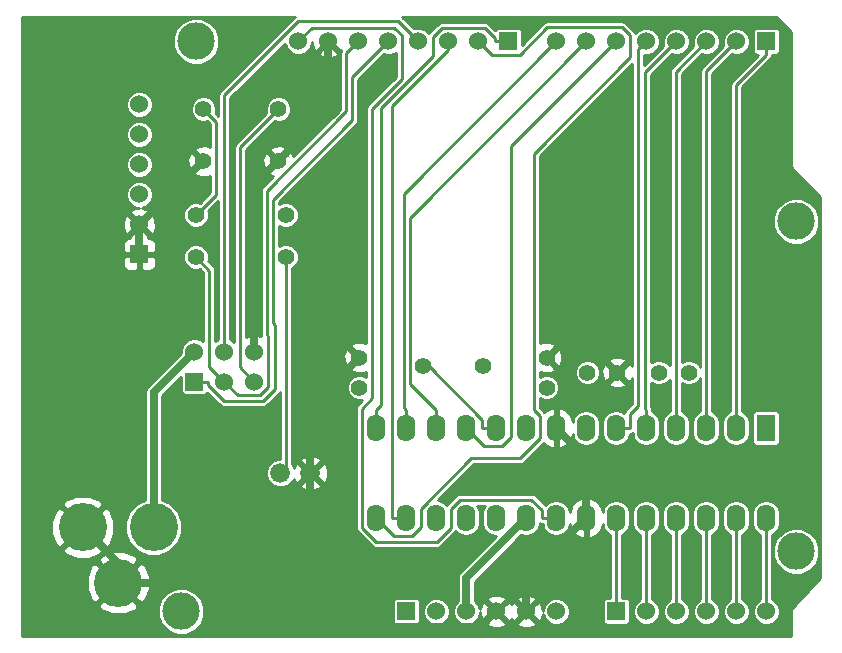
<source format=gbl>
G04 (created by PCBNEW (2013-07-07 BZR 4022)-stable) date 8/3/2013 10:48:53 AM*
%MOIN*%
G04 Gerber Fmt 3.4, Leading zero omitted, Abs format*
%FSLAX34Y34*%
G01*
G70*
G90*
G04 APERTURE LIST*
%ADD10C,0.00590551*%
%ADD11R,0.06X0.06*%
%ADD12C,0.06*%
%ADD13C,0.055*%
%ADD14C,0.066*%
%ADD15O,0.062X0.09*%
%ADD16R,0.062X0.09*%
%ADD17C,0.16*%
%ADD18C,0.125*%
%ADD19C,0.056*%
%ADD20C,0.01*%
%ADD21C,0.026*%
G04 APERTURE END LIST*
G54D10*
G54D11*
X89319Y-41579D03*
G54D12*
X88319Y-41579D03*
X87319Y-41579D03*
X86319Y-41579D03*
X85319Y-41579D03*
X84319Y-41579D03*
X83319Y-41579D03*
X82319Y-41579D03*
G54D11*
X80719Y-41579D03*
G54D12*
X79719Y-41579D03*
X78719Y-41579D03*
X77719Y-41579D03*
X76719Y-41579D03*
X75719Y-41579D03*
X74719Y-41579D03*
X73719Y-41579D03*
G54D11*
X84319Y-60579D03*
G54D12*
X85319Y-60579D03*
X86319Y-60579D03*
X87319Y-60579D03*
X88319Y-60579D03*
X89319Y-60579D03*
G54D11*
X68419Y-48679D03*
G54D12*
X68419Y-47679D03*
X68419Y-46679D03*
X68419Y-45679D03*
X68419Y-44679D03*
X68419Y-43679D03*
G54D11*
X77319Y-60579D03*
G54D12*
X78319Y-60579D03*
X79319Y-60579D03*
X80319Y-60579D03*
X81319Y-60579D03*
X82319Y-60579D03*
G54D13*
X70309Y-47370D03*
X73309Y-47370D03*
X70309Y-48770D03*
X73309Y-48770D03*
G54D11*
X70259Y-52920D03*
G54D12*
X70259Y-51920D03*
X71259Y-52920D03*
X71259Y-51920D03*
X72259Y-52920D03*
X72259Y-51920D03*
G54D14*
X73129Y-55970D03*
X74129Y-55970D03*
G54D15*
X88319Y-54470D03*
X87319Y-54470D03*
X86319Y-54470D03*
X85319Y-54470D03*
X84319Y-54470D03*
X83319Y-54470D03*
X82319Y-54470D03*
X81319Y-54470D03*
X80319Y-54470D03*
X79319Y-54470D03*
X78319Y-54470D03*
X77319Y-54470D03*
X76319Y-54470D03*
G54D16*
X89319Y-54470D03*
G54D15*
X76319Y-57470D03*
X77319Y-57470D03*
X78319Y-57470D03*
X79319Y-57470D03*
X80319Y-57470D03*
X81319Y-57470D03*
X82319Y-57470D03*
X83319Y-57470D03*
X84319Y-57470D03*
X85319Y-57470D03*
X86319Y-57470D03*
X87319Y-57470D03*
X88319Y-57470D03*
X89319Y-57470D03*
G54D13*
X82000Y-52120D03*
X82000Y-53120D03*
X75759Y-52120D03*
X75759Y-53120D03*
X83359Y-52620D03*
X84359Y-52620D03*
X85739Y-52620D03*
X86739Y-52620D03*
G54D17*
X68899Y-57779D03*
X66539Y-57779D03*
X67719Y-59629D03*
G54D18*
X70320Y-41579D03*
X69819Y-60579D03*
X90319Y-47579D03*
X90319Y-58579D03*
G54D13*
X73059Y-43840D03*
X73059Y-45580D03*
X70559Y-43840D03*
X70559Y-45580D03*
G54D19*
X79879Y-52410D03*
X77879Y-52410D03*
G54D20*
X82319Y-57470D02*
X81859Y-57470D01*
X81859Y-57216D02*
X81859Y-57470D01*
X81497Y-56855D02*
X81859Y-57216D01*
X79124Y-56855D02*
X81497Y-56855D01*
X78819Y-57160D02*
X79124Y-56855D01*
X78819Y-57792D02*
X78819Y-57160D01*
X78339Y-58272D02*
X78819Y-57792D01*
X76330Y-58272D02*
X78339Y-58272D01*
X75845Y-57786D02*
X76330Y-58272D01*
X75845Y-53819D02*
X75845Y-57786D01*
X76194Y-53469D02*
X75845Y-53819D01*
X76194Y-43820D02*
X76194Y-53469D01*
X77170Y-42844D02*
X76194Y-43820D01*
X77170Y-41383D02*
X77170Y-42844D01*
X76910Y-41123D02*
X77170Y-41383D01*
X74176Y-41123D02*
X76910Y-41123D01*
X73719Y-41579D02*
X74176Y-41123D01*
X79859Y-54202D02*
X79859Y-54470D01*
X78067Y-52410D02*
X79859Y-54202D01*
X77879Y-52410D02*
X78067Y-52410D01*
X80319Y-54470D02*
X79859Y-54470D01*
X71259Y-43383D02*
X71259Y-51920D01*
X73728Y-40914D02*
X71259Y-43383D01*
X77054Y-40914D02*
X73728Y-40914D01*
X77719Y-41579D02*
X77054Y-40914D01*
X70259Y-52920D02*
X70709Y-52920D01*
X75525Y-42774D02*
X76719Y-41579D01*
X75525Y-44208D02*
X75525Y-42774D01*
X72874Y-46859D02*
X75525Y-44208D01*
X72874Y-50967D02*
X72874Y-46859D01*
X72937Y-51030D02*
X72874Y-50967D01*
X72937Y-53185D02*
X72937Y-51030D01*
X72548Y-53573D02*
X72937Y-53185D01*
X71251Y-53573D02*
X72548Y-53573D01*
X70709Y-53032D02*
X71251Y-53573D01*
X70709Y-52920D02*
X70709Y-53032D01*
X70759Y-52420D02*
X71259Y-52920D01*
X70759Y-49220D02*
X70759Y-52420D01*
X70309Y-48770D02*
X70759Y-49220D01*
X71710Y-53370D02*
X71259Y-52920D01*
X72461Y-53370D02*
X71710Y-53370D01*
X72730Y-53101D02*
X72461Y-53370D01*
X72730Y-51416D02*
X72730Y-53101D01*
X72668Y-51355D02*
X72730Y-51416D01*
X72668Y-46572D02*
X72668Y-51355D01*
X75325Y-43916D02*
X72668Y-46572D01*
X75325Y-41974D02*
X75325Y-43916D01*
X75719Y-41579D02*
X75325Y-41974D01*
X70987Y-46692D02*
X70309Y-47370D01*
X70987Y-44267D02*
X70987Y-46692D01*
X70559Y-43840D02*
X70987Y-44267D01*
X71791Y-52451D02*
X72259Y-52920D01*
X71791Y-45108D02*
X71791Y-52451D01*
X73059Y-43840D02*
X71791Y-45108D01*
X88319Y-43030D02*
X89319Y-42030D01*
X88319Y-54470D02*
X88319Y-43030D01*
X89319Y-41579D02*
X89319Y-42030D01*
X87319Y-42579D02*
X88319Y-41579D01*
X87319Y-54470D02*
X87319Y-42579D01*
G54D21*
X79319Y-59470D02*
X79319Y-60579D01*
X81319Y-57470D02*
X79319Y-59470D01*
X68899Y-53280D02*
X70259Y-51920D01*
X68899Y-57779D02*
X68899Y-53280D01*
X83319Y-55470D02*
X83319Y-57470D01*
X82319Y-54470D02*
X83319Y-55470D01*
X81319Y-59470D02*
X81319Y-60579D01*
X83319Y-57470D02*
X81319Y-59470D01*
X74129Y-53750D02*
X74129Y-55970D01*
X75759Y-52120D02*
X74129Y-53750D01*
X68460Y-47679D02*
X68419Y-47679D01*
X70559Y-45580D02*
X68460Y-47679D01*
X68419Y-47679D02*
X68419Y-48679D01*
X67719Y-58959D02*
X67719Y-59629D01*
X66539Y-57779D02*
X67719Y-58959D01*
X72828Y-59629D02*
X67719Y-59629D01*
X74129Y-58328D02*
X72828Y-59629D01*
X76911Y-61110D02*
X74129Y-58328D01*
X79789Y-61110D02*
X76911Y-61110D01*
X80319Y-60579D02*
X79789Y-61110D01*
X74129Y-58328D02*
X74129Y-55970D01*
X74719Y-43920D02*
X73059Y-45580D01*
X74719Y-41579D02*
X74719Y-43920D01*
X72259Y-46380D02*
X72259Y-51920D01*
X73059Y-45580D02*
X72259Y-46380D01*
G54D20*
X89319Y-57470D02*
X89319Y-60579D01*
X80174Y-42034D02*
X79719Y-41579D01*
X81106Y-42034D02*
X80174Y-42034D01*
X82023Y-41117D02*
X81106Y-42034D01*
X84515Y-41117D02*
X82023Y-41117D01*
X84783Y-41385D02*
X84515Y-41117D01*
X84783Y-42116D02*
X84783Y-41385D01*
X81572Y-45327D02*
X84783Y-42116D01*
X81572Y-53867D02*
X81572Y-45327D01*
X81788Y-54083D02*
X81572Y-53867D01*
X81788Y-54792D02*
X81788Y-54083D01*
X81103Y-55477D02*
X81788Y-54792D01*
X79495Y-55477D02*
X81103Y-55477D01*
X77819Y-57153D02*
X79495Y-55477D01*
X77819Y-57777D02*
X77819Y-57153D01*
X77524Y-58072D02*
X77819Y-57777D01*
X76921Y-58072D02*
X77524Y-58072D01*
X76319Y-57470D02*
X76921Y-58072D01*
X77319Y-57470D02*
X76859Y-57470D01*
X78719Y-41861D02*
X78719Y-41579D01*
X76859Y-43721D02*
X78719Y-41861D01*
X76859Y-57470D02*
X76859Y-43721D01*
X77236Y-53787D02*
X77319Y-53869D01*
X77236Y-46662D02*
X77236Y-53787D01*
X82319Y-41579D02*
X77236Y-46662D01*
X77319Y-54470D02*
X77319Y-53869D01*
X77444Y-47454D02*
X83319Y-41579D01*
X77444Y-52995D02*
X77444Y-47454D01*
X78319Y-53869D02*
X77444Y-52995D01*
X78319Y-54470D02*
X78319Y-53869D01*
X88319Y-57470D02*
X88319Y-60579D01*
X80819Y-45079D02*
X84319Y-41579D01*
X80819Y-54774D02*
X80819Y-45079D01*
X80523Y-55070D02*
X80819Y-54774D01*
X79919Y-55070D02*
X80523Y-55070D01*
X79319Y-54470D02*
X79919Y-55070D01*
X85049Y-41849D02*
X85319Y-41579D01*
X85049Y-53739D02*
X85049Y-41849D01*
X84779Y-54009D02*
X85049Y-53739D01*
X84779Y-54470D02*
X84779Y-54009D01*
X84319Y-54470D02*
X84779Y-54470D01*
X85284Y-42614D02*
X86319Y-41579D01*
X85284Y-53835D02*
X85284Y-42614D01*
X85319Y-53869D02*
X85284Y-53835D01*
X85319Y-54470D02*
X85319Y-53869D01*
X86299Y-42599D02*
X87319Y-41579D01*
X86299Y-53849D02*
X86299Y-42599D01*
X86319Y-53869D02*
X86299Y-53849D01*
X86319Y-54470D02*
X86319Y-53869D01*
X73309Y-55790D02*
X73309Y-48770D01*
X73129Y-55970D02*
X73309Y-55790D01*
X87319Y-57470D02*
X87319Y-60579D01*
X86319Y-57470D02*
X86319Y-60579D01*
X85319Y-57470D02*
X85319Y-60579D01*
X84319Y-57470D02*
X84319Y-60579D01*
X80269Y-41467D02*
X80269Y-41579D01*
X79932Y-41129D02*
X80269Y-41467D01*
X78515Y-41129D02*
X79932Y-41129D01*
X78219Y-41426D02*
X78515Y-41129D01*
X78219Y-42078D02*
X78219Y-41426D01*
X76494Y-43803D02*
X78219Y-42078D01*
X76494Y-53694D02*
X76494Y-43803D01*
X76319Y-53869D02*
X76494Y-53694D01*
X76319Y-54470D02*
X76319Y-53869D01*
X80719Y-41579D02*
X80269Y-41579D01*
G54D10*
G36*
X72336Y-51925D02*
X72265Y-51996D01*
X72259Y-51990D01*
X72254Y-51996D01*
X72183Y-51925D01*
X72189Y-51920D01*
X72183Y-51914D01*
X72254Y-51843D01*
X72259Y-51849D01*
X72265Y-51843D01*
X72336Y-51914D01*
X72330Y-51920D01*
X72336Y-51925D01*
X72336Y-51925D01*
G37*
G54D20*
X72336Y-51925D02*
X72265Y-51996D01*
X72259Y-51990D01*
X72254Y-51996D01*
X72183Y-51925D01*
X72189Y-51920D01*
X72183Y-51914D01*
X72254Y-51843D01*
X72259Y-51849D01*
X72265Y-51843D01*
X72336Y-51914D01*
X72330Y-51920D01*
X72336Y-51925D01*
G54D10*
G36*
X75150Y-41882D02*
X75140Y-41897D01*
X75125Y-41974D01*
X75125Y-43833D01*
X75034Y-43923D01*
X75034Y-41965D01*
X74719Y-41650D01*
X74404Y-41965D01*
X74431Y-42061D01*
X74637Y-42134D01*
X74856Y-42123D01*
X75007Y-42061D01*
X75034Y-41965D01*
X75034Y-43923D01*
X73558Y-45399D01*
X73520Y-45307D01*
X73427Y-45283D01*
X73356Y-45353D01*
X73356Y-45212D01*
X73332Y-45119D01*
X73135Y-45050D01*
X72927Y-45061D01*
X72787Y-45119D01*
X72762Y-45212D01*
X73059Y-45509D01*
X73356Y-45212D01*
X73356Y-45353D01*
X73130Y-45580D01*
X73136Y-45585D01*
X73065Y-45656D01*
X73059Y-45650D01*
X72989Y-45721D01*
X72989Y-45580D01*
X72692Y-45283D01*
X72599Y-45307D01*
X72529Y-45504D01*
X72541Y-45712D01*
X72599Y-45853D01*
X72692Y-45877D01*
X72989Y-45580D01*
X72989Y-45721D01*
X72762Y-45948D01*
X72787Y-46040D01*
X72883Y-46074D01*
X72527Y-46431D01*
X72484Y-46495D01*
X72468Y-46572D01*
X72468Y-51355D01*
X72480Y-51414D01*
X72341Y-51365D01*
X72123Y-51376D01*
X71991Y-51430D01*
X71991Y-45191D01*
X72934Y-44248D01*
X72974Y-44265D01*
X73144Y-44265D01*
X73300Y-44200D01*
X73419Y-44081D01*
X73484Y-43925D01*
X73484Y-43756D01*
X73420Y-43599D01*
X73300Y-43480D01*
X73144Y-43415D01*
X72975Y-43415D01*
X72819Y-43479D01*
X72699Y-43599D01*
X72634Y-43755D01*
X72634Y-43924D01*
X72651Y-43965D01*
X71649Y-44967D01*
X71606Y-45032D01*
X71591Y-45108D01*
X71591Y-51614D01*
X71515Y-51538D01*
X71459Y-51515D01*
X71459Y-43466D01*
X73269Y-41656D01*
X73269Y-41669D01*
X73337Y-41834D01*
X73464Y-41961D01*
X73629Y-42029D01*
X73808Y-42029D01*
X73974Y-41961D01*
X74100Y-41835D01*
X74169Y-41669D01*
X74169Y-41593D01*
X74175Y-41716D01*
X74238Y-41867D01*
X74333Y-41895D01*
X74648Y-41579D01*
X74643Y-41574D01*
X74714Y-41503D01*
X74719Y-41509D01*
X74725Y-41503D01*
X74795Y-41574D01*
X74790Y-41579D01*
X75105Y-41895D01*
X75150Y-41882D01*
X75150Y-41882D01*
G37*
G54D20*
X75150Y-41882D02*
X75140Y-41897D01*
X75125Y-41974D01*
X75125Y-43833D01*
X75034Y-43923D01*
X75034Y-41965D01*
X74719Y-41650D01*
X74404Y-41965D01*
X74431Y-42061D01*
X74637Y-42134D01*
X74856Y-42123D01*
X75007Y-42061D01*
X75034Y-41965D01*
X75034Y-43923D01*
X73558Y-45399D01*
X73520Y-45307D01*
X73427Y-45283D01*
X73356Y-45353D01*
X73356Y-45212D01*
X73332Y-45119D01*
X73135Y-45050D01*
X72927Y-45061D01*
X72787Y-45119D01*
X72762Y-45212D01*
X73059Y-45509D01*
X73356Y-45212D01*
X73356Y-45353D01*
X73130Y-45580D01*
X73136Y-45585D01*
X73065Y-45656D01*
X73059Y-45650D01*
X72989Y-45721D01*
X72989Y-45580D01*
X72692Y-45283D01*
X72599Y-45307D01*
X72529Y-45504D01*
X72541Y-45712D01*
X72599Y-45853D01*
X72692Y-45877D01*
X72989Y-45580D01*
X72989Y-45721D01*
X72762Y-45948D01*
X72787Y-46040D01*
X72883Y-46074D01*
X72527Y-46431D01*
X72484Y-46495D01*
X72468Y-46572D01*
X72468Y-51355D01*
X72480Y-51414D01*
X72341Y-51365D01*
X72123Y-51376D01*
X71991Y-51430D01*
X71991Y-45191D01*
X72934Y-44248D01*
X72974Y-44265D01*
X73144Y-44265D01*
X73300Y-44200D01*
X73419Y-44081D01*
X73484Y-43925D01*
X73484Y-43756D01*
X73420Y-43599D01*
X73300Y-43480D01*
X73144Y-43415D01*
X72975Y-43415D01*
X72819Y-43479D01*
X72699Y-43599D01*
X72634Y-43755D01*
X72634Y-43924D01*
X72651Y-43965D01*
X71649Y-44967D01*
X71606Y-45032D01*
X71591Y-45108D01*
X71591Y-51614D01*
X71515Y-51538D01*
X71459Y-51515D01*
X71459Y-43466D01*
X73269Y-41656D01*
X73269Y-41669D01*
X73337Y-41834D01*
X73464Y-41961D01*
X73629Y-42029D01*
X73808Y-42029D01*
X73974Y-41961D01*
X74100Y-41835D01*
X74169Y-41669D01*
X74169Y-41593D01*
X74175Y-41716D01*
X74238Y-41867D01*
X74333Y-41895D01*
X74648Y-41579D01*
X74643Y-41574D01*
X74714Y-41503D01*
X74719Y-41509D01*
X74725Y-41503D01*
X74795Y-41574D01*
X74790Y-41579D01*
X75105Y-41895D01*
X75150Y-41882D01*
G54D10*
G36*
X91130Y-59479D02*
X91094Y-59516D01*
X91094Y-58426D01*
X91094Y-47426D01*
X90977Y-47141D01*
X90759Y-46923D01*
X90474Y-46805D01*
X90166Y-46804D01*
X89881Y-46922D01*
X89769Y-47033D01*
X89769Y-41850D01*
X89769Y-41250D01*
X89746Y-41195D01*
X89704Y-41152D01*
X89649Y-41129D01*
X89589Y-41129D01*
X88989Y-41129D01*
X88934Y-41152D01*
X88892Y-41194D01*
X88869Y-41249D01*
X88869Y-41309D01*
X88869Y-41909D01*
X88892Y-41964D01*
X88934Y-42007D01*
X88989Y-42029D01*
X89036Y-42029D01*
X88178Y-42888D01*
X88134Y-42953D01*
X88119Y-43030D01*
X88119Y-53909D01*
X87994Y-53993D01*
X87894Y-54142D01*
X87859Y-54318D01*
X87859Y-54621D01*
X87894Y-54797D01*
X87994Y-54947D01*
X88143Y-55046D01*
X88319Y-55081D01*
X88495Y-55046D01*
X88644Y-54947D01*
X88744Y-54797D01*
X88779Y-54621D01*
X88779Y-54318D01*
X88744Y-54142D01*
X88644Y-53993D01*
X88519Y-53909D01*
X88519Y-43112D01*
X89461Y-42171D01*
X89461Y-42171D01*
X89490Y-42128D01*
X89504Y-42106D01*
X89504Y-42106D01*
X89519Y-42030D01*
X89519Y-42030D01*
X89519Y-42029D01*
X89649Y-42029D01*
X89704Y-42007D01*
X89746Y-41965D01*
X89769Y-41909D01*
X89769Y-41850D01*
X89769Y-47033D01*
X89663Y-47140D01*
X89544Y-47425D01*
X89544Y-47733D01*
X89662Y-48018D01*
X89880Y-48236D01*
X90164Y-48354D01*
X90473Y-48355D01*
X90758Y-48237D01*
X90976Y-48019D01*
X91094Y-47734D01*
X91094Y-47426D01*
X91094Y-58426D01*
X90977Y-58141D01*
X90759Y-57923D01*
X90474Y-57805D01*
X90166Y-57804D01*
X89881Y-57922D01*
X89779Y-58023D01*
X89779Y-54890D01*
X89779Y-53990D01*
X89756Y-53935D01*
X89714Y-53892D01*
X89659Y-53870D01*
X89599Y-53870D01*
X88979Y-53870D01*
X88924Y-53892D01*
X88882Y-53934D01*
X88859Y-53990D01*
X88859Y-54049D01*
X88859Y-54949D01*
X88882Y-55004D01*
X88924Y-55047D01*
X88979Y-55070D01*
X89039Y-55070D01*
X89659Y-55070D01*
X89714Y-55047D01*
X89756Y-55005D01*
X89779Y-54950D01*
X89779Y-54890D01*
X89779Y-58023D01*
X89779Y-58023D01*
X89779Y-57621D01*
X89779Y-57318D01*
X89744Y-57142D01*
X89644Y-56993D01*
X89495Y-56893D01*
X89319Y-56858D01*
X89143Y-56893D01*
X88994Y-56993D01*
X88894Y-57142D01*
X88859Y-57318D01*
X88859Y-57621D01*
X88894Y-57797D01*
X88994Y-57947D01*
X89119Y-58030D01*
X89119Y-60175D01*
X89065Y-60198D01*
X88938Y-60324D01*
X88869Y-60490D01*
X88869Y-60669D01*
X88937Y-60834D01*
X89064Y-60961D01*
X89229Y-61029D01*
X89408Y-61029D01*
X89574Y-60961D01*
X89700Y-60835D01*
X89769Y-60669D01*
X89769Y-60490D01*
X89701Y-60325D01*
X89574Y-60198D01*
X89519Y-60175D01*
X89519Y-58030D01*
X89644Y-57947D01*
X89744Y-57797D01*
X89779Y-57621D01*
X89779Y-58023D01*
X89663Y-58140D01*
X89544Y-58425D01*
X89544Y-58733D01*
X89662Y-59018D01*
X89880Y-59236D01*
X90164Y-59354D01*
X90473Y-59355D01*
X90758Y-59237D01*
X90976Y-59019D01*
X91094Y-58734D01*
X91094Y-58426D01*
X91094Y-59516D01*
X90242Y-60403D01*
X90193Y-60453D01*
X90188Y-60459D01*
X90150Y-60499D01*
X90150Y-60532D01*
X90140Y-60580D01*
X90140Y-61400D01*
X88779Y-61400D01*
X88779Y-57621D01*
X88779Y-57318D01*
X88744Y-57142D01*
X88644Y-56993D01*
X88495Y-56893D01*
X88319Y-56858D01*
X88143Y-56893D01*
X87994Y-56993D01*
X87894Y-57142D01*
X87859Y-57318D01*
X87859Y-57621D01*
X87894Y-57797D01*
X87994Y-57947D01*
X88119Y-58030D01*
X88119Y-60175D01*
X88065Y-60198D01*
X87938Y-60324D01*
X87869Y-60490D01*
X87869Y-60669D01*
X87937Y-60834D01*
X88064Y-60961D01*
X88229Y-61029D01*
X88408Y-61029D01*
X88574Y-60961D01*
X88700Y-60835D01*
X88769Y-60669D01*
X88769Y-60490D01*
X88701Y-60325D01*
X88574Y-60198D01*
X88519Y-60175D01*
X88519Y-58030D01*
X88644Y-57947D01*
X88744Y-57797D01*
X88779Y-57621D01*
X88779Y-61400D01*
X87779Y-61400D01*
X87779Y-57621D01*
X87779Y-57318D01*
X87744Y-57142D01*
X87644Y-56993D01*
X87495Y-56893D01*
X87319Y-56858D01*
X87143Y-56893D01*
X86994Y-56993D01*
X86894Y-57142D01*
X86859Y-57318D01*
X86859Y-57621D01*
X86894Y-57797D01*
X86994Y-57947D01*
X87119Y-58030D01*
X87119Y-60175D01*
X87065Y-60198D01*
X86938Y-60324D01*
X86869Y-60490D01*
X86869Y-60669D01*
X86937Y-60834D01*
X87064Y-60961D01*
X87229Y-61029D01*
X87408Y-61029D01*
X87574Y-60961D01*
X87700Y-60835D01*
X87769Y-60669D01*
X87769Y-60490D01*
X87701Y-60325D01*
X87574Y-60198D01*
X87519Y-60175D01*
X87519Y-58030D01*
X87644Y-57947D01*
X87744Y-57797D01*
X87779Y-57621D01*
X87779Y-61400D01*
X86779Y-61400D01*
X86779Y-57621D01*
X86779Y-57318D01*
X86744Y-57142D01*
X86644Y-56993D01*
X86495Y-56893D01*
X86319Y-56858D01*
X86143Y-56893D01*
X85994Y-56993D01*
X85894Y-57142D01*
X85859Y-57318D01*
X85859Y-57621D01*
X85894Y-57797D01*
X85994Y-57947D01*
X86119Y-58030D01*
X86119Y-60175D01*
X86065Y-60198D01*
X85938Y-60324D01*
X85869Y-60490D01*
X85869Y-60669D01*
X85937Y-60834D01*
X86064Y-60961D01*
X86229Y-61029D01*
X86408Y-61029D01*
X86574Y-60961D01*
X86700Y-60835D01*
X86769Y-60669D01*
X86769Y-60490D01*
X86701Y-60325D01*
X86574Y-60198D01*
X86519Y-60175D01*
X86519Y-58030D01*
X86644Y-57947D01*
X86744Y-57797D01*
X86779Y-57621D01*
X86779Y-61400D01*
X85779Y-61400D01*
X85779Y-57621D01*
X85779Y-57318D01*
X85744Y-57142D01*
X85644Y-56993D01*
X85495Y-56893D01*
X85319Y-56858D01*
X85143Y-56893D01*
X84994Y-56993D01*
X84894Y-57142D01*
X84859Y-57318D01*
X84859Y-57621D01*
X84894Y-57797D01*
X84994Y-57947D01*
X85119Y-58030D01*
X85119Y-60175D01*
X85065Y-60198D01*
X84938Y-60324D01*
X84869Y-60490D01*
X84869Y-60669D01*
X84937Y-60834D01*
X85064Y-60961D01*
X85229Y-61029D01*
X85408Y-61029D01*
X85574Y-60961D01*
X85700Y-60835D01*
X85769Y-60669D01*
X85769Y-60490D01*
X85701Y-60325D01*
X85574Y-60198D01*
X85519Y-60175D01*
X85519Y-58030D01*
X85644Y-57947D01*
X85744Y-57797D01*
X85779Y-57621D01*
X85779Y-61400D01*
X84779Y-61400D01*
X84779Y-57621D01*
X84779Y-57318D01*
X84744Y-57142D01*
X84644Y-56993D01*
X84495Y-56893D01*
X84319Y-56858D01*
X84143Y-56893D01*
X83994Y-56993D01*
X83894Y-57142D01*
X83872Y-57254D01*
X83817Y-57069D01*
X83784Y-57028D01*
X83784Y-52535D01*
X83720Y-52379D01*
X83600Y-52259D01*
X83444Y-52195D01*
X83275Y-52195D01*
X83119Y-52259D01*
X82999Y-52379D01*
X82934Y-52535D01*
X82934Y-52704D01*
X82999Y-52860D01*
X83118Y-52980D01*
X83274Y-53045D01*
X83444Y-53045D01*
X83600Y-52980D01*
X83719Y-52861D01*
X83784Y-52704D01*
X83784Y-52535D01*
X83784Y-57028D01*
X83779Y-57022D01*
X83779Y-54621D01*
X83779Y-54318D01*
X83744Y-54142D01*
X83644Y-53993D01*
X83495Y-53893D01*
X83319Y-53858D01*
X83143Y-53893D01*
X82994Y-53993D01*
X82894Y-54142D01*
X82872Y-54254D01*
X82817Y-54069D01*
X82680Y-53898D01*
X82529Y-53816D01*
X82529Y-52195D01*
X82518Y-51987D01*
X82460Y-51847D01*
X82367Y-51822D01*
X82070Y-52120D01*
X82367Y-52417D01*
X82460Y-52392D01*
X82529Y-52195D01*
X82529Y-53816D01*
X82487Y-53793D01*
X82456Y-53787D01*
X82369Y-53835D01*
X82369Y-54420D01*
X82377Y-54420D01*
X82377Y-54520D01*
X82369Y-54520D01*
X82369Y-55105D01*
X82456Y-55153D01*
X82487Y-55146D01*
X82680Y-55041D01*
X82817Y-54870D01*
X82872Y-54685D01*
X82894Y-54797D01*
X82994Y-54947D01*
X83143Y-55046D01*
X83319Y-55081D01*
X83495Y-55046D01*
X83644Y-54947D01*
X83744Y-54797D01*
X83779Y-54621D01*
X83779Y-57022D01*
X83680Y-56898D01*
X83487Y-56793D01*
X83456Y-56787D01*
X83369Y-56835D01*
X83369Y-57420D01*
X83377Y-57420D01*
X83377Y-57520D01*
X83369Y-57520D01*
X83369Y-58105D01*
X83456Y-58153D01*
X83487Y-58146D01*
X83680Y-58041D01*
X83817Y-57870D01*
X83872Y-57685D01*
X83894Y-57797D01*
X83994Y-57947D01*
X84119Y-58030D01*
X84119Y-60129D01*
X83989Y-60129D01*
X83934Y-60152D01*
X83892Y-60194D01*
X83869Y-60249D01*
X83869Y-60309D01*
X83869Y-60909D01*
X83892Y-60964D01*
X83934Y-61007D01*
X83989Y-61029D01*
X84049Y-61029D01*
X84649Y-61029D01*
X84704Y-61007D01*
X84746Y-60965D01*
X84769Y-60909D01*
X84769Y-60850D01*
X84769Y-60250D01*
X84746Y-60195D01*
X84704Y-60152D01*
X84649Y-60129D01*
X84589Y-60129D01*
X84519Y-60129D01*
X84519Y-58030D01*
X84644Y-57947D01*
X84744Y-57797D01*
X84779Y-57621D01*
X84779Y-61400D01*
X82769Y-61400D01*
X82769Y-60490D01*
X82701Y-60325D01*
X82574Y-60198D01*
X82409Y-60130D01*
X82230Y-60129D01*
X82065Y-60198D01*
X81938Y-60324D01*
X81869Y-60490D01*
X81869Y-60566D01*
X81863Y-60443D01*
X81800Y-60292D01*
X81705Y-60264D01*
X81634Y-60335D01*
X81634Y-60194D01*
X81607Y-60098D01*
X81401Y-60025D01*
X81182Y-60036D01*
X81031Y-60098D01*
X81004Y-60194D01*
X81319Y-60509D01*
X81634Y-60194D01*
X81634Y-60335D01*
X81390Y-60579D01*
X81705Y-60895D01*
X81800Y-60867D01*
X81870Y-60671D01*
X81937Y-60834D01*
X82064Y-60961D01*
X82229Y-61029D01*
X82408Y-61029D01*
X82574Y-60961D01*
X82700Y-60835D01*
X82769Y-60669D01*
X82769Y-60490D01*
X82769Y-61400D01*
X81634Y-61400D01*
X81634Y-60965D01*
X81319Y-60650D01*
X81248Y-60721D01*
X81248Y-60579D01*
X80933Y-60264D01*
X80838Y-60292D01*
X80821Y-60340D01*
X80800Y-60292D01*
X80705Y-60264D01*
X80634Y-60335D01*
X80634Y-60194D01*
X80607Y-60098D01*
X80401Y-60025D01*
X80182Y-60036D01*
X80031Y-60098D01*
X80004Y-60194D01*
X80319Y-60509D01*
X80634Y-60194D01*
X80634Y-60335D01*
X80390Y-60579D01*
X80705Y-60895D01*
X80800Y-60867D01*
X80818Y-60819D01*
X80838Y-60867D01*
X80933Y-60895D01*
X81248Y-60579D01*
X81248Y-60721D01*
X81004Y-60965D01*
X81031Y-61061D01*
X81237Y-61134D01*
X81456Y-61123D01*
X81607Y-61061D01*
X81634Y-60965D01*
X81634Y-61400D01*
X80634Y-61400D01*
X80634Y-60965D01*
X80319Y-60650D01*
X80004Y-60965D01*
X80031Y-61061D01*
X80237Y-61134D01*
X80456Y-61123D01*
X80607Y-61061D01*
X80634Y-60965D01*
X80634Y-61400D01*
X78769Y-61400D01*
X78769Y-60490D01*
X78701Y-60325D01*
X78574Y-60198D01*
X78409Y-60130D01*
X78230Y-60129D01*
X78065Y-60198D01*
X77938Y-60324D01*
X77869Y-60490D01*
X77869Y-60669D01*
X77937Y-60834D01*
X78064Y-60961D01*
X78229Y-61029D01*
X78408Y-61029D01*
X78574Y-60961D01*
X78700Y-60835D01*
X78769Y-60669D01*
X78769Y-60490D01*
X78769Y-61400D01*
X77769Y-61400D01*
X77769Y-60850D01*
X77769Y-60250D01*
X77746Y-60195D01*
X77704Y-60152D01*
X77649Y-60129D01*
X77589Y-60129D01*
X76989Y-60129D01*
X76934Y-60152D01*
X76892Y-60194D01*
X76869Y-60249D01*
X76869Y-60309D01*
X76869Y-60909D01*
X76892Y-60964D01*
X76934Y-61007D01*
X76989Y-61029D01*
X77049Y-61029D01*
X77649Y-61029D01*
X77704Y-61007D01*
X77746Y-60965D01*
X77769Y-60909D01*
X77769Y-60850D01*
X77769Y-61400D01*
X74714Y-61400D01*
X74714Y-56059D01*
X74704Y-55828D01*
X74636Y-55664D01*
X74537Y-55633D01*
X74466Y-55703D01*
X74466Y-55562D01*
X74435Y-55463D01*
X74218Y-55385D01*
X73988Y-55395D01*
X73824Y-55463D01*
X73792Y-55562D01*
X74129Y-55899D01*
X74466Y-55562D01*
X74466Y-55703D01*
X74200Y-55970D01*
X74537Y-56307D01*
X74636Y-56275D01*
X74714Y-56059D01*
X74714Y-61400D01*
X74466Y-61400D01*
X74466Y-56377D01*
X74129Y-56040D01*
X73792Y-56377D01*
X73824Y-56476D01*
X74040Y-56554D01*
X74271Y-56544D01*
X74435Y-56476D01*
X74466Y-56377D01*
X74466Y-61400D01*
X70594Y-61400D01*
X70594Y-60426D01*
X70477Y-60141D01*
X70259Y-59923D01*
X69974Y-59805D01*
X69666Y-59804D01*
X69381Y-59922D01*
X69163Y-60140D01*
X69044Y-60425D01*
X69044Y-60733D01*
X69162Y-61018D01*
X69380Y-61236D01*
X69664Y-61354D01*
X69973Y-61355D01*
X70258Y-61237D01*
X70476Y-61019D01*
X70594Y-60734D01*
X70594Y-60426D01*
X70594Y-61400D01*
X68771Y-61400D01*
X68771Y-59830D01*
X68768Y-59413D01*
X68614Y-59041D01*
X68466Y-58953D01*
X68396Y-59024D01*
X68396Y-58882D01*
X68307Y-58735D01*
X67920Y-58578D01*
X67591Y-58580D01*
X67591Y-57980D01*
X67588Y-57563D01*
X67434Y-57191D01*
X67286Y-57103D01*
X67216Y-57174D01*
X67216Y-57032D01*
X67127Y-56885D01*
X66740Y-56728D01*
X66323Y-56731D01*
X65951Y-56885D01*
X65863Y-57032D01*
X66539Y-57709D01*
X67216Y-57032D01*
X67216Y-57174D01*
X66610Y-57779D01*
X67286Y-58456D01*
X67434Y-58368D01*
X67591Y-57980D01*
X67591Y-58580D01*
X67503Y-58581D01*
X67216Y-58700D01*
X67216Y-58527D01*
X66539Y-57850D01*
X66468Y-57921D01*
X66468Y-57779D01*
X65792Y-57103D01*
X65645Y-57191D01*
X65488Y-57578D01*
X65491Y-57996D01*
X65645Y-58368D01*
X65792Y-58456D01*
X66468Y-57779D01*
X66468Y-57921D01*
X65863Y-58527D01*
X65951Y-58674D01*
X66338Y-58831D01*
X66756Y-58828D01*
X67127Y-58674D01*
X67216Y-58527D01*
X67216Y-58700D01*
X67131Y-58735D01*
X67043Y-58882D01*
X67719Y-59559D01*
X68396Y-58882D01*
X68396Y-59024D01*
X67790Y-59629D01*
X68466Y-60306D01*
X68614Y-60218D01*
X68771Y-59830D01*
X68771Y-61400D01*
X68396Y-61400D01*
X68396Y-60377D01*
X67719Y-59700D01*
X67648Y-59771D01*
X67648Y-59629D01*
X66972Y-58953D01*
X66825Y-59041D01*
X66668Y-59428D01*
X66671Y-59846D01*
X66825Y-60218D01*
X66972Y-60306D01*
X67648Y-59629D01*
X67648Y-59771D01*
X67043Y-60377D01*
X67131Y-60524D01*
X67518Y-60681D01*
X67936Y-60678D01*
X68307Y-60524D01*
X68396Y-60377D01*
X68396Y-61400D01*
X64499Y-61400D01*
X64499Y-40759D01*
X73607Y-40759D01*
X73587Y-40773D01*
X71118Y-43242D01*
X71095Y-43277D01*
X71095Y-41426D01*
X70977Y-41141D01*
X70759Y-40923D01*
X70474Y-40805D01*
X70166Y-40804D01*
X69881Y-40922D01*
X69663Y-41140D01*
X69545Y-41425D01*
X69544Y-41733D01*
X69662Y-42018D01*
X69880Y-42236D01*
X70165Y-42354D01*
X70473Y-42355D01*
X70758Y-42237D01*
X70976Y-42019D01*
X71094Y-41734D01*
X71095Y-41426D01*
X71095Y-43277D01*
X71075Y-43307D01*
X71059Y-43383D01*
X71059Y-44057D01*
X70967Y-43965D01*
X70984Y-43925D01*
X70984Y-43756D01*
X70920Y-43599D01*
X70800Y-43480D01*
X70644Y-43415D01*
X70475Y-43415D01*
X70319Y-43479D01*
X70199Y-43599D01*
X70134Y-43755D01*
X70134Y-43924D01*
X70199Y-44080D01*
X70318Y-44200D01*
X70474Y-44265D01*
X70644Y-44265D01*
X70685Y-44248D01*
X70787Y-44350D01*
X70787Y-45103D01*
X70635Y-45050D01*
X70427Y-45061D01*
X70287Y-45119D01*
X70262Y-45212D01*
X70559Y-45509D01*
X70565Y-45503D01*
X70636Y-45574D01*
X70630Y-45580D01*
X70636Y-45585D01*
X70565Y-45656D01*
X70559Y-45650D01*
X70489Y-45721D01*
X70489Y-45580D01*
X70192Y-45283D01*
X70099Y-45307D01*
X70029Y-45504D01*
X70041Y-45712D01*
X70099Y-45853D01*
X70192Y-45877D01*
X70489Y-45580D01*
X70489Y-45721D01*
X70262Y-45948D01*
X70287Y-46040D01*
X70484Y-46110D01*
X70692Y-46098D01*
X70787Y-46059D01*
X70787Y-46609D01*
X70435Y-46961D01*
X70394Y-46945D01*
X70225Y-46945D01*
X70069Y-47009D01*
X69949Y-47129D01*
X69884Y-47285D01*
X69884Y-47454D01*
X69949Y-47610D01*
X70068Y-47730D01*
X70224Y-47795D01*
X70394Y-47795D01*
X70550Y-47730D01*
X70669Y-47611D01*
X70734Y-47454D01*
X70734Y-47285D01*
X70717Y-47244D01*
X71059Y-46902D01*
X71059Y-51515D01*
X71005Y-51538D01*
X70959Y-51583D01*
X70959Y-49220D01*
X70944Y-49143D01*
X70944Y-49143D01*
X70901Y-49078D01*
X70717Y-48895D01*
X70734Y-48854D01*
X70734Y-48685D01*
X70670Y-48529D01*
X70550Y-48409D01*
X70394Y-48345D01*
X70225Y-48345D01*
X70069Y-48409D01*
X69949Y-48529D01*
X69884Y-48685D01*
X69884Y-48854D01*
X69949Y-49010D01*
X70068Y-49130D01*
X70224Y-49195D01*
X70394Y-49195D01*
X70435Y-49178D01*
X70559Y-49302D01*
X70559Y-51583D01*
X70515Y-51538D01*
X70349Y-51470D01*
X70170Y-51470D01*
X70005Y-51538D01*
X69878Y-51664D01*
X69809Y-51830D01*
X69809Y-51974D01*
X68974Y-52809D01*
X68974Y-47761D01*
X68963Y-47543D01*
X68900Y-47392D01*
X68869Y-47383D01*
X68869Y-46590D01*
X68869Y-45590D01*
X68869Y-44590D01*
X68869Y-43590D01*
X68801Y-43425D01*
X68674Y-43298D01*
X68509Y-43230D01*
X68330Y-43229D01*
X68165Y-43298D01*
X68038Y-43424D01*
X67969Y-43590D01*
X67969Y-43769D01*
X68037Y-43934D01*
X68164Y-44061D01*
X68329Y-44129D01*
X68508Y-44129D01*
X68674Y-44061D01*
X68800Y-43935D01*
X68869Y-43769D01*
X68869Y-43590D01*
X68869Y-44590D01*
X68801Y-44425D01*
X68674Y-44298D01*
X68509Y-44230D01*
X68330Y-44229D01*
X68165Y-44298D01*
X68038Y-44424D01*
X67969Y-44590D01*
X67969Y-44769D01*
X68037Y-44934D01*
X68164Y-45061D01*
X68329Y-45129D01*
X68508Y-45129D01*
X68674Y-45061D01*
X68800Y-44935D01*
X68869Y-44769D01*
X68869Y-44590D01*
X68869Y-45590D01*
X68801Y-45425D01*
X68674Y-45298D01*
X68509Y-45230D01*
X68330Y-45229D01*
X68165Y-45298D01*
X68038Y-45424D01*
X67969Y-45590D01*
X67969Y-45769D01*
X68037Y-45934D01*
X68164Y-46061D01*
X68329Y-46129D01*
X68508Y-46129D01*
X68674Y-46061D01*
X68800Y-45935D01*
X68869Y-45769D01*
X68869Y-45590D01*
X68869Y-46590D01*
X68801Y-46425D01*
X68674Y-46298D01*
X68509Y-46230D01*
X68330Y-46229D01*
X68165Y-46298D01*
X68038Y-46424D01*
X67969Y-46590D01*
X67969Y-46769D01*
X68037Y-46934D01*
X68164Y-47061D01*
X68329Y-47129D01*
X68406Y-47129D01*
X68282Y-47136D01*
X68131Y-47198D01*
X68104Y-47294D01*
X68419Y-47609D01*
X68734Y-47294D01*
X68707Y-47198D01*
X68511Y-47128D01*
X68674Y-47061D01*
X68800Y-46935D01*
X68869Y-46769D01*
X68869Y-46590D01*
X68869Y-47383D01*
X68805Y-47364D01*
X68490Y-47679D01*
X68805Y-47995D01*
X68900Y-47967D01*
X68974Y-47761D01*
X68974Y-52809D01*
X68969Y-52814D01*
X68969Y-49029D01*
X68969Y-48330D01*
X68931Y-48238D01*
X68861Y-48168D01*
X68769Y-48129D01*
X68716Y-48129D01*
X68734Y-48065D01*
X68419Y-47750D01*
X68348Y-47821D01*
X68348Y-47679D01*
X68033Y-47364D01*
X67938Y-47392D01*
X67864Y-47598D01*
X67875Y-47816D01*
X67938Y-47967D01*
X68033Y-47995D01*
X68348Y-47679D01*
X68348Y-47821D01*
X68104Y-48065D01*
X68122Y-48129D01*
X68069Y-48129D01*
X67977Y-48168D01*
X67907Y-48238D01*
X67869Y-48330D01*
X67869Y-48567D01*
X67932Y-48629D01*
X68369Y-48629D01*
X68369Y-48622D01*
X68469Y-48622D01*
X68469Y-48629D01*
X68907Y-48629D01*
X68969Y-48567D01*
X68969Y-48330D01*
X68969Y-49029D01*
X68969Y-48792D01*
X68907Y-48729D01*
X68469Y-48729D01*
X68469Y-49167D01*
X68532Y-49229D01*
X68670Y-49229D01*
X68769Y-49229D01*
X68861Y-49191D01*
X68931Y-49121D01*
X68969Y-49029D01*
X68969Y-52814D01*
X68701Y-53082D01*
X68640Y-53173D01*
X68619Y-53280D01*
X68619Y-56867D01*
X68369Y-56971D01*
X68369Y-49167D01*
X68369Y-48729D01*
X67932Y-48729D01*
X67869Y-48792D01*
X67869Y-49029D01*
X67907Y-49121D01*
X67977Y-49191D01*
X68069Y-49229D01*
X68169Y-49229D01*
X68307Y-49229D01*
X68369Y-49167D01*
X68369Y-56971D01*
X68362Y-56974D01*
X68094Y-57241D01*
X67949Y-57590D01*
X67949Y-57968D01*
X68093Y-58317D01*
X68360Y-58584D01*
X68709Y-58729D01*
X69087Y-58730D01*
X69437Y-58585D01*
X69704Y-58318D01*
X69849Y-57969D01*
X69849Y-57591D01*
X69705Y-57242D01*
X69438Y-56975D01*
X69179Y-56867D01*
X69179Y-53396D01*
X69809Y-52766D01*
X69809Y-53249D01*
X69832Y-53304D01*
X69874Y-53347D01*
X69929Y-53370D01*
X69989Y-53370D01*
X70589Y-53370D01*
X70644Y-53347D01*
X70686Y-53305D01*
X70690Y-53296D01*
X71109Y-53715D01*
X71109Y-53715D01*
X71153Y-53744D01*
X71174Y-53758D01*
X71174Y-53758D01*
X71251Y-53773D01*
X72548Y-53773D01*
X72625Y-53758D01*
X72690Y-53715D01*
X73078Y-53326D01*
X73078Y-53326D01*
X73107Y-53283D01*
X73109Y-53280D01*
X73109Y-55490D01*
X73034Y-55489D01*
X72858Y-55562D01*
X72723Y-55697D01*
X72650Y-55874D01*
X72649Y-56065D01*
X72722Y-56241D01*
X72857Y-56376D01*
X73034Y-56449D01*
X73224Y-56450D01*
X73401Y-56377D01*
X73536Y-56242D01*
X73573Y-56153D01*
X73623Y-56275D01*
X73722Y-56307D01*
X74059Y-55970D01*
X73722Y-55633D01*
X73623Y-55664D01*
X73576Y-55794D01*
X73537Y-55698D01*
X73509Y-55671D01*
X73509Y-49147D01*
X73550Y-49130D01*
X73669Y-49011D01*
X73734Y-48854D01*
X73734Y-48685D01*
X73670Y-48529D01*
X73550Y-48409D01*
X73394Y-48345D01*
X73225Y-48345D01*
X73074Y-48407D01*
X73074Y-47732D01*
X73224Y-47795D01*
X73394Y-47795D01*
X73550Y-47730D01*
X73669Y-47611D01*
X73734Y-47454D01*
X73734Y-47285D01*
X73670Y-47129D01*
X73550Y-47009D01*
X73394Y-46945D01*
X73225Y-46945D01*
X73074Y-47007D01*
X73074Y-46941D01*
X75666Y-44349D01*
X75666Y-44349D01*
X75695Y-44306D01*
X75710Y-44284D01*
X75710Y-44284D01*
X75725Y-44208D01*
X75725Y-44208D01*
X75725Y-42857D01*
X76575Y-42007D01*
X76629Y-42029D01*
X76808Y-42029D01*
X76970Y-41963D01*
X76970Y-42761D01*
X76053Y-43678D01*
X76009Y-43743D01*
X75994Y-43820D01*
X75994Y-51646D01*
X75835Y-51590D01*
X75627Y-51601D01*
X75487Y-51659D01*
X75462Y-51752D01*
X75759Y-52049D01*
X75765Y-52043D01*
X75836Y-52114D01*
X75830Y-52120D01*
X75836Y-52125D01*
X75765Y-52196D01*
X75759Y-52190D01*
X75689Y-52261D01*
X75689Y-52120D01*
X75392Y-51822D01*
X75299Y-51847D01*
X75229Y-52044D01*
X75241Y-52252D01*
X75299Y-52392D01*
X75392Y-52417D01*
X75689Y-52120D01*
X75689Y-52261D01*
X75462Y-52487D01*
X75487Y-52580D01*
X75684Y-52649D01*
X75892Y-52638D01*
X75994Y-52596D01*
X75994Y-52757D01*
X75844Y-52695D01*
X75675Y-52695D01*
X75519Y-52759D01*
X75399Y-52879D01*
X75334Y-53035D01*
X75334Y-53204D01*
X75399Y-53360D01*
X75518Y-53480D01*
X75674Y-53545D01*
X75836Y-53545D01*
X75703Y-53677D01*
X75660Y-53742D01*
X75645Y-53819D01*
X75645Y-57786D01*
X75660Y-57863D01*
X75703Y-57928D01*
X76189Y-58413D01*
X76189Y-58413D01*
X76232Y-58442D01*
X76254Y-58457D01*
X76254Y-58457D01*
X76330Y-58472D01*
X78339Y-58472D01*
X78415Y-58457D01*
X78480Y-58413D01*
X78961Y-57933D01*
X78961Y-57933D01*
X78973Y-57915D01*
X78994Y-57947D01*
X79143Y-58046D01*
X79319Y-58081D01*
X79495Y-58046D01*
X79644Y-57947D01*
X79744Y-57797D01*
X79779Y-57621D01*
X79779Y-57318D01*
X79744Y-57142D01*
X79686Y-57055D01*
X79952Y-57055D01*
X79894Y-57142D01*
X79859Y-57318D01*
X79859Y-57621D01*
X79894Y-57797D01*
X79994Y-57947D01*
X80143Y-58046D01*
X80313Y-58080D01*
X79121Y-59272D01*
X79060Y-59362D01*
X79039Y-59470D01*
X79039Y-60223D01*
X78938Y-60324D01*
X78869Y-60490D01*
X78869Y-60669D01*
X78937Y-60834D01*
X79064Y-60961D01*
X79229Y-61029D01*
X79408Y-61029D01*
X79574Y-60961D01*
X79700Y-60835D01*
X79769Y-60669D01*
X79769Y-60593D01*
X79775Y-60716D01*
X79838Y-60867D01*
X79933Y-60895D01*
X80248Y-60579D01*
X79933Y-60264D01*
X79838Y-60292D01*
X79768Y-60487D01*
X79701Y-60325D01*
X79599Y-60223D01*
X79599Y-59586D01*
X81140Y-58044D01*
X81143Y-58046D01*
X81319Y-58081D01*
X81495Y-58046D01*
X81644Y-57947D01*
X81744Y-57797D01*
X81774Y-57649D01*
X81783Y-57654D01*
X81859Y-57670D01*
X81869Y-57670D01*
X81894Y-57797D01*
X81994Y-57947D01*
X82143Y-58046D01*
X82319Y-58081D01*
X82495Y-58046D01*
X82644Y-57947D01*
X82744Y-57797D01*
X82767Y-57685D01*
X82821Y-57870D01*
X82959Y-58041D01*
X83151Y-58146D01*
X83183Y-58153D01*
X83269Y-58105D01*
X83269Y-57520D01*
X83261Y-57520D01*
X83261Y-57420D01*
X83269Y-57420D01*
X83269Y-56835D01*
X83183Y-56787D01*
X83151Y-56793D01*
X82959Y-56898D01*
X82821Y-57069D01*
X82767Y-57254D01*
X82744Y-57142D01*
X82644Y-56993D01*
X82495Y-56893D01*
X82319Y-56858D01*
X82143Y-56893D01*
X81994Y-56993D01*
X81964Y-57038D01*
X81639Y-56713D01*
X81574Y-56670D01*
X81497Y-56655D01*
X79124Y-56655D01*
X79047Y-56670D01*
X79026Y-56684D01*
X78983Y-56713D01*
X78678Y-57018D01*
X78670Y-57030D01*
X78644Y-56993D01*
X78495Y-56893D01*
X78384Y-56871D01*
X79578Y-55677D01*
X81103Y-55677D01*
X81180Y-55662D01*
X81244Y-55619D01*
X81898Y-54965D01*
X81959Y-55041D01*
X82151Y-55146D01*
X82183Y-55153D01*
X82269Y-55105D01*
X82269Y-54520D01*
X82261Y-54520D01*
X82261Y-54420D01*
X82269Y-54420D01*
X82269Y-53835D01*
X82183Y-53787D01*
X82151Y-53793D01*
X81959Y-53898D01*
X81926Y-53938D01*
X81772Y-53784D01*
X81772Y-53485D01*
X81915Y-53545D01*
X82084Y-53545D01*
X82240Y-53480D01*
X82360Y-53361D01*
X82424Y-53204D01*
X82425Y-53035D01*
X82360Y-52879D01*
X82241Y-52759D01*
X82084Y-52695D01*
X81915Y-52695D01*
X81772Y-52754D01*
X81772Y-52596D01*
X81924Y-52649D01*
X82132Y-52638D01*
X82272Y-52580D01*
X82297Y-52487D01*
X82000Y-52190D01*
X81994Y-52196D01*
X81923Y-52125D01*
X81929Y-52120D01*
X81923Y-52114D01*
X81994Y-52043D01*
X82000Y-52049D01*
X82297Y-51752D01*
X82272Y-51659D01*
X82075Y-51590D01*
X81867Y-51601D01*
X81772Y-51640D01*
X81772Y-45410D01*
X84849Y-42332D01*
X84849Y-52418D01*
X84820Y-52347D01*
X84727Y-52322D01*
X84656Y-52393D01*
X84656Y-52252D01*
X84632Y-52159D01*
X84435Y-52090D01*
X84227Y-52101D01*
X84087Y-52159D01*
X84062Y-52252D01*
X84359Y-52549D01*
X84656Y-52252D01*
X84656Y-52393D01*
X84430Y-52620D01*
X84727Y-52917D01*
X84820Y-52892D01*
X84849Y-52809D01*
X84849Y-53657D01*
X84656Y-53849D01*
X84656Y-52987D01*
X84359Y-52690D01*
X84289Y-52761D01*
X84289Y-52620D01*
X83992Y-52322D01*
X83899Y-52347D01*
X83829Y-52544D01*
X83841Y-52752D01*
X83899Y-52892D01*
X83992Y-52917D01*
X84289Y-52620D01*
X84289Y-52761D01*
X84062Y-52987D01*
X84087Y-53080D01*
X84284Y-53149D01*
X84492Y-53138D01*
X84632Y-53080D01*
X84656Y-52987D01*
X84656Y-53849D01*
X84638Y-53868D01*
X84595Y-53933D01*
X84590Y-53956D01*
X84495Y-53893D01*
X84319Y-53858D01*
X84143Y-53893D01*
X83994Y-53993D01*
X83894Y-54142D01*
X83859Y-54318D01*
X83859Y-54621D01*
X83894Y-54797D01*
X83994Y-54947D01*
X84143Y-55046D01*
X84319Y-55081D01*
X84495Y-55046D01*
X84644Y-54947D01*
X84744Y-54797D01*
X84770Y-54670D01*
X84779Y-54670D01*
X84856Y-54654D01*
X84865Y-54649D01*
X84894Y-54797D01*
X84994Y-54947D01*
X85143Y-55046D01*
X85319Y-55081D01*
X85495Y-55046D01*
X85644Y-54947D01*
X85744Y-54797D01*
X85779Y-54621D01*
X85779Y-54318D01*
X85744Y-54142D01*
X85644Y-53993D01*
X85519Y-53909D01*
X85519Y-53869D01*
X85506Y-53806D01*
X85504Y-53793D01*
X85504Y-53793D01*
X85484Y-53764D01*
X85484Y-53764D01*
X85484Y-52966D01*
X85498Y-52980D01*
X85654Y-53045D01*
X85823Y-53045D01*
X85980Y-52980D01*
X86099Y-52861D01*
X86099Y-53849D01*
X86112Y-53914D01*
X85994Y-53993D01*
X85894Y-54142D01*
X85859Y-54318D01*
X85859Y-54621D01*
X85894Y-54797D01*
X85994Y-54947D01*
X86143Y-55046D01*
X86319Y-55081D01*
X86495Y-55046D01*
X86644Y-54947D01*
X86744Y-54797D01*
X86779Y-54621D01*
X86779Y-54318D01*
X86744Y-54142D01*
X86644Y-53993D01*
X86519Y-53909D01*
X86519Y-53869D01*
X86504Y-53793D01*
X86499Y-53786D01*
X86499Y-52980D01*
X86654Y-53045D01*
X86823Y-53045D01*
X86980Y-52980D01*
X87099Y-52861D01*
X87119Y-52813D01*
X87119Y-53909D01*
X86994Y-53993D01*
X86894Y-54142D01*
X86859Y-54318D01*
X86859Y-54621D01*
X86894Y-54797D01*
X86994Y-54947D01*
X87143Y-55046D01*
X87319Y-55081D01*
X87495Y-55046D01*
X87644Y-54947D01*
X87744Y-54797D01*
X87779Y-54621D01*
X87779Y-54318D01*
X87744Y-54142D01*
X87644Y-53993D01*
X87519Y-53909D01*
X87519Y-42662D01*
X88175Y-42007D01*
X88229Y-42029D01*
X88408Y-42029D01*
X88574Y-41961D01*
X88700Y-41835D01*
X88769Y-41669D01*
X88769Y-41490D01*
X88701Y-41325D01*
X88574Y-41198D01*
X88409Y-41130D01*
X88230Y-41129D01*
X88065Y-41198D01*
X87938Y-41324D01*
X87869Y-41490D01*
X87869Y-41669D01*
X87892Y-41724D01*
X87178Y-42438D01*
X87134Y-42503D01*
X87119Y-42579D01*
X87119Y-52426D01*
X87100Y-52379D01*
X86980Y-52259D01*
X86824Y-52195D01*
X86655Y-52195D01*
X86499Y-52259D01*
X86499Y-42682D01*
X87175Y-42007D01*
X87229Y-42029D01*
X87408Y-42029D01*
X87574Y-41961D01*
X87700Y-41835D01*
X87769Y-41669D01*
X87769Y-41490D01*
X87701Y-41325D01*
X87574Y-41198D01*
X87409Y-41130D01*
X87230Y-41129D01*
X87065Y-41198D01*
X86938Y-41324D01*
X86869Y-41490D01*
X86869Y-41669D01*
X86892Y-41724D01*
X86158Y-42458D01*
X86114Y-42523D01*
X86099Y-42599D01*
X86099Y-52379D01*
X85980Y-52259D01*
X85824Y-52195D01*
X85655Y-52195D01*
X85499Y-52259D01*
X85484Y-52274D01*
X85484Y-42697D01*
X86175Y-42007D01*
X86229Y-42029D01*
X86408Y-42029D01*
X86574Y-41961D01*
X86700Y-41835D01*
X86769Y-41669D01*
X86769Y-41490D01*
X86701Y-41325D01*
X86574Y-41198D01*
X86409Y-41130D01*
X86230Y-41129D01*
X86065Y-41198D01*
X85938Y-41324D01*
X85869Y-41490D01*
X85869Y-41669D01*
X85892Y-41724D01*
X85249Y-42366D01*
X85249Y-42029D01*
X85408Y-42029D01*
X85574Y-41961D01*
X85700Y-41835D01*
X85769Y-41669D01*
X85769Y-41490D01*
X85701Y-41325D01*
X85574Y-41198D01*
X85409Y-41130D01*
X85230Y-41129D01*
X85065Y-41198D01*
X84962Y-41300D01*
X84924Y-41243D01*
X84657Y-40976D01*
X84592Y-40932D01*
X84515Y-40917D01*
X82023Y-40917D01*
X81946Y-40932D01*
X81925Y-40947D01*
X81882Y-40976D01*
X81169Y-41688D01*
X81169Y-41250D01*
X81146Y-41195D01*
X81104Y-41152D01*
X81049Y-41129D01*
X80989Y-41129D01*
X80389Y-41129D01*
X80334Y-41152D01*
X80292Y-41194D01*
X80288Y-41203D01*
X80073Y-40988D01*
X80008Y-40945D01*
X79932Y-40929D01*
X78515Y-40929D01*
X78439Y-40945D01*
X78374Y-40988D01*
X78078Y-41284D01*
X78071Y-41295D01*
X77974Y-41198D01*
X77809Y-41130D01*
X77630Y-41129D01*
X77575Y-41152D01*
X77195Y-40773D01*
X77175Y-40759D01*
X89645Y-40759D01*
X90140Y-41254D01*
X90140Y-45680D01*
X90154Y-45748D01*
X90193Y-45806D01*
X90220Y-45833D01*
X90220Y-45870D01*
X91130Y-46780D01*
X91130Y-59479D01*
X91130Y-59479D01*
G37*
G54D20*
X91130Y-59479D02*
X91094Y-59516D01*
X91094Y-58426D01*
X91094Y-47426D01*
X90977Y-47141D01*
X90759Y-46923D01*
X90474Y-46805D01*
X90166Y-46804D01*
X89881Y-46922D01*
X89769Y-47033D01*
X89769Y-41850D01*
X89769Y-41250D01*
X89746Y-41195D01*
X89704Y-41152D01*
X89649Y-41129D01*
X89589Y-41129D01*
X88989Y-41129D01*
X88934Y-41152D01*
X88892Y-41194D01*
X88869Y-41249D01*
X88869Y-41309D01*
X88869Y-41909D01*
X88892Y-41964D01*
X88934Y-42007D01*
X88989Y-42029D01*
X89036Y-42029D01*
X88178Y-42888D01*
X88134Y-42953D01*
X88119Y-43030D01*
X88119Y-53909D01*
X87994Y-53993D01*
X87894Y-54142D01*
X87859Y-54318D01*
X87859Y-54621D01*
X87894Y-54797D01*
X87994Y-54947D01*
X88143Y-55046D01*
X88319Y-55081D01*
X88495Y-55046D01*
X88644Y-54947D01*
X88744Y-54797D01*
X88779Y-54621D01*
X88779Y-54318D01*
X88744Y-54142D01*
X88644Y-53993D01*
X88519Y-53909D01*
X88519Y-43112D01*
X89461Y-42171D01*
X89461Y-42171D01*
X89490Y-42128D01*
X89504Y-42106D01*
X89504Y-42106D01*
X89519Y-42030D01*
X89519Y-42030D01*
X89519Y-42029D01*
X89649Y-42029D01*
X89704Y-42007D01*
X89746Y-41965D01*
X89769Y-41909D01*
X89769Y-41850D01*
X89769Y-47033D01*
X89663Y-47140D01*
X89544Y-47425D01*
X89544Y-47733D01*
X89662Y-48018D01*
X89880Y-48236D01*
X90164Y-48354D01*
X90473Y-48355D01*
X90758Y-48237D01*
X90976Y-48019D01*
X91094Y-47734D01*
X91094Y-47426D01*
X91094Y-58426D01*
X90977Y-58141D01*
X90759Y-57923D01*
X90474Y-57805D01*
X90166Y-57804D01*
X89881Y-57922D01*
X89779Y-58023D01*
X89779Y-54890D01*
X89779Y-53990D01*
X89756Y-53935D01*
X89714Y-53892D01*
X89659Y-53870D01*
X89599Y-53870D01*
X88979Y-53870D01*
X88924Y-53892D01*
X88882Y-53934D01*
X88859Y-53990D01*
X88859Y-54049D01*
X88859Y-54949D01*
X88882Y-55004D01*
X88924Y-55047D01*
X88979Y-55070D01*
X89039Y-55070D01*
X89659Y-55070D01*
X89714Y-55047D01*
X89756Y-55005D01*
X89779Y-54950D01*
X89779Y-54890D01*
X89779Y-58023D01*
X89779Y-58023D01*
X89779Y-57621D01*
X89779Y-57318D01*
X89744Y-57142D01*
X89644Y-56993D01*
X89495Y-56893D01*
X89319Y-56858D01*
X89143Y-56893D01*
X88994Y-56993D01*
X88894Y-57142D01*
X88859Y-57318D01*
X88859Y-57621D01*
X88894Y-57797D01*
X88994Y-57947D01*
X89119Y-58030D01*
X89119Y-60175D01*
X89065Y-60198D01*
X88938Y-60324D01*
X88869Y-60490D01*
X88869Y-60669D01*
X88937Y-60834D01*
X89064Y-60961D01*
X89229Y-61029D01*
X89408Y-61029D01*
X89574Y-60961D01*
X89700Y-60835D01*
X89769Y-60669D01*
X89769Y-60490D01*
X89701Y-60325D01*
X89574Y-60198D01*
X89519Y-60175D01*
X89519Y-58030D01*
X89644Y-57947D01*
X89744Y-57797D01*
X89779Y-57621D01*
X89779Y-58023D01*
X89663Y-58140D01*
X89544Y-58425D01*
X89544Y-58733D01*
X89662Y-59018D01*
X89880Y-59236D01*
X90164Y-59354D01*
X90473Y-59355D01*
X90758Y-59237D01*
X90976Y-59019D01*
X91094Y-58734D01*
X91094Y-58426D01*
X91094Y-59516D01*
X90242Y-60403D01*
X90193Y-60453D01*
X90188Y-60459D01*
X90150Y-60499D01*
X90150Y-60532D01*
X90140Y-60580D01*
X90140Y-61400D01*
X88779Y-61400D01*
X88779Y-57621D01*
X88779Y-57318D01*
X88744Y-57142D01*
X88644Y-56993D01*
X88495Y-56893D01*
X88319Y-56858D01*
X88143Y-56893D01*
X87994Y-56993D01*
X87894Y-57142D01*
X87859Y-57318D01*
X87859Y-57621D01*
X87894Y-57797D01*
X87994Y-57947D01*
X88119Y-58030D01*
X88119Y-60175D01*
X88065Y-60198D01*
X87938Y-60324D01*
X87869Y-60490D01*
X87869Y-60669D01*
X87937Y-60834D01*
X88064Y-60961D01*
X88229Y-61029D01*
X88408Y-61029D01*
X88574Y-60961D01*
X88700Y-60835D01*
X88769Y-60669D01*
X88769Y-60490D01*
X88701Y-60325D01*
X88574Y-60198D01*
X88519Y-60175D01*
X88519Y-58030D01*
X88644Y-57947D01*
X88744Y-57797D01*
X88779Y-57621D01*
X88779Y-61400D01*
X87779Y-61400D01*
X87779Y-57621D01*
X87779Y-57318D01*
X87744Y-57142D01*
X87644Y-56993D01*
X87495Y-56893D01*
X87319Y-56858D01*
X87143Y-56893D01*
X86994Y-56993D01*
X86894Y-57142D01*
X86859Y-57318D01*
X86859Y-57621D01*
X86894Y-57797D01*
X86994Y-57947D01*
X87119Y-58030D01*
X87119Y-60175D01*
X87065Y-60198D01*
X86938Y-60324D01*
X86869Y-60490D01*
X86869Y-60669D01*
X86937Y-60834D01*
X87064Y-60961D01*
X87229Y-61029D01*
X87408Y-61029D01*
X87574Y-60961D01*
X87700Y-60835D01*
X87769Y-60669D01*
X87769Y-60490D01*
X87701Y-60325D01*
X87574Y-60198D01*
X87519Y-60175D01*
X87519Y-58030D01*
X87644Y-57947D01*
X87744Y-57797D01*
X87779Y-57621D01*
X87779Y-61400D01*
X86779Y-61400D01*
X86779Y-57621D01*
X86779Y-57318D01*
X86744Y-57142D01*
X86644Y-56993D01*
X86495Y-56893D01*
X86319Y-56858D01*
X86143Y-56893D01*
X85994Y-56993D01*
X85894Y-57142D01*
X85859Y-57318D01*
X85859Y-57621D01*
X85894Y-57797D01*
X85994Y-57947D01*
X86119Y-58030D01*
X86119Y-60175D01*
X86065Y-60198D01*
X85938Y-60324D01*
X85869Y-60490D01*
X85869Y-60669D01*
X85937Y-60834D01*
X86064Y-60961D01*
X86229Y-61029D01*
X86408Y-61029D01*
X86574Y-60961D01*
X86700Y-60835D01*
X86769Y-60669D01*
X86769Y-60490D01*
X86701Y-60325D01*
X86574Y-60198D01*
X86519Y-60175D01*
X86519Y-58030D01*
X86644Y-57947D01*
X86744Y-57797D01*
X86779Y-57621D01*
X86779Y-61400D01*
X85779Y-61400D01*
X85779Y-57621D01*
X85779Y-57318D01*
X85744Y-57142D01*
X85644Y-56993D01*
X85495Y-56893D01*
X85319Y-56858D01*
X85143Y-56893D01*
X84994Y-56993D01*
X84894Y-57142D01*
X84859Y-57318D01*
X84859Y-57621D01*
X84894Y-57797D01*
X84994Y-57947D01*
X85119Y-58030D01*
X85119Y-60175D01*
X85065Y-60198D01*
X84938Y-60324D01*
X84869Y-60490D01*
X84869Y-60669D01*
X84937Y-60834D01*
X85064Y-60961D01*
X85229Y-61029D01*
X85408Y-61029D01*
X85574Y-60961D01*
X85700Y-60835D01*
X85769Y-60669D01*
X85769Y-60490D01*
X85701Y-60325D01*
X85574Y-60198D01*
X85519Y-60175D01*
X85519Y-58030D01*
X85644Y-57947D01*
X85744Y-57797D01*
X85779Y-57621D01*
X85779Y-61400D01*
X84779Y-61400D01*
X84779Y-57621D01*
X84779Y-57318D01*
X84744Y-57142D01*
X84644Y-56993D01*
X84495Y-56893D01*
X84319Y-56858D01*
X84143Y-56893D01*
X83994Y-56993D01*
X83894Y-57142D01*
X83872Y-57254D01*
X83817Y-57069D01*
X83784Y-57028D01*
X83784Y-52535D01*
X83720Y-52379D01*
X83600Y-52259D01*
X83444Y-52195D01*
X83275Y-52195D01*
X83119Y-52259D01*
X82999Y-52379D01*
X82934Y-52535D01*
X82934Y-52704D01*
X82999Y-52860D01*
X83118Y-52980D01*
X83274Y-53045D01*
X83444Y-53045D01*
X83600Y-52980D01*
X83719Y-52861D01*
X83784Y-52704D01*
X83784Y-52535D01*
X83784Y-57028D01*
X83779Y-57022D01*
X83779Y-54621D01*
X83779Y-54318D01*
X83744Y-54142D01*
X83644Y-53993D01*
X83495Y-53893D01*
X83319Y-53858D01*
X83143Y-53893D01*
X82994Y-53993D01*
X82894Y-54142D01*
X82872Y-54254D01*
X82817Y-54069D01*
X82680Y-53898D01*
X82529Y-53816D01*
X82529Y-52195D01*
X82518Y-51987D01*
X82460Y-51847D01*
X82367Y-51822D01*
X82070Y-52120D01*
X82367Y-52417D01*
X82460Y-52392D01*
X82529Y-52195D01*
X82529Y-53816D01*
X82487Y-53793D01*
X82456Y-53787D01*
X82369Y-53835D01*
X82369Y-54420D01*
X82377Y-54420D01*
X82377Y-54520D01*
X82369Y-54520D01*
X82369Y-55105D01*
X82456Y-55153D01*
X82487Y-55146D01*
X82680Y-55041D01*
X82817Y-54870D01*
X82872Y-54685D01*
X82894Y-54797D01*
X82994Y-54947D01*
X83143Y-55046D01*
X83319Y-55081D01*
X83495Y-55046D01*
X83644Y-54947D01*
X83744Y-54797D01*
X83779Y-54621D01*
X83779Y-57022D01*
X83680Y-56898D01*
X83487Y-56793D01*
X83456Y-56787D01*
X83369Y-56835D01*
X83369Y-57420D01*
X83377Y-57420D01*
X83377Y-57520D01*
X83369Y-57520D01*
X83369Y-58105D01*
X83456Y-58153D01*
X83487Y-58146D01*
X83680Y-58041D01*
X83817Y-57870D01*
X83872Y-57685D01*
X83894Y-57797D01*
X83994Y-57947D01*
X84119Y-58030D01*
X84119Y-60129D01*
X83989Y-60129D01*
X83934Y-60152D01*
X83892Y-60194D01*
X83869Y-60249D01*
X83869Y-60309D01*
X83869Y-60909D01*
X83892Y-60964D01*
X83934Y-61007D01*
X83989Y-61029D01*
X84049Y-61029D01*
X84649Y-61029D01*
X84704Y-61007D01*
X84746Y-60965D01*
X84769Y-60909D01*
X84769Y-60850D01*
X84769Y-60250D01*
X84746Y-60195D01*
X84704Y-60152D01*
X84649Y-60129D01*
X84589Y-60129D01*
X84519Y-60129D01*
X84519Y-58030D01*
X84644Y-57947D01*
X84744Y-57797D01*
X84779Y-57621D01*
X84779Y-61400D01*
X82769Y-61400D01*
X82769Y-60490D01*
X82701Y-60325D01*
X82574Y-60198D01*
X82409Y-60130D01*
X82230Y-60129D01*
X82065Y-60198D01*
X81938Y-60324D01*
X81869Y-60490D01*
X81869Y-60566D01*
X81863Y-60443D01*
X81800Y-60292D01*
X81705Y-60264D01*
X81634Y-60335D01*
X81634Y-60194D01*
X81607Y-60098D01*
X81401Y-60025D01*
X81182Y-60036D01*
X81031Y-60098D01*
X81004Y-60194D01*
X81319Y-60509D01*
X81634Y-60194D01*
X81634Y-60335D01*
X81390Y-60579D01*
X81705Y-60895D01*
X81800Y-60867D01*
X81870Y-60671D01*
X81937Y-60834D01*
X82064Y-60961D01*
X82229Y-61029D01*
X82408Y-61029D01*
X82574Y-60961D01*
X82700Y-60835D01*
X82769Y-60669D01*
X82769Y-60490D01*
X82769Y-61400D01*
X81634Y-61400D01*
X81634Y-60965D01*
X81319Y-60650D01*
X81248Y-60721D01*
X81248Y-60579D01*
X80933Y-60264D01*
X80838Y-60292D01*
X80821Y-60340D01*
X80800Y-60292D01*
X80705Y-60264D01*
X80634Y-60335D01*
X80634Y-60194D01*
X80607Y-60098D01*
X80401Y-60025D01*
X80182Y-60036D01*
X80031Y-60098D01*
X80004Y-60194D01*
X80319Y-60509D01*
X80634Y-60194D01*
X80634Y-60335D01*
X80390Y-60579D01*
X80705Y-60895D01*
X80800Y-60867D01*
X80818Y-60819D01*
X80838Y-60867D01*
X80933Y-60895D01*
X81248Y-60579D01*
X81248Y-60721D01*
X81004Y-60965D01*
X81031Y-61061D01*
X81237Y-61134D01*
X81456Y-61123D01*
X81607Y-61061D01*
X81634Y-60965D01*
X81634Y-61400D01*
X80634Y-61400D01*
X80634Y-60965D01*
X80319Y-60650D01*
X80004Y-60965D01*
X80031Y-61061D01*
X80237Y-61134D01*
X80456Y-61123D01*
X80607Y-61061D01*
X80634Y-60965D01*
X80634Y-61400D01*
X78769Y-61400D01*
X78769Y-60490D01*
X78701Y-60325D01*
X78574Y-60198D01*
X78409Y-60130D01*
X78230Y-60129D01*
X78065Y-60198D01*
X77938Y-60324D01*
X77869Y-60490D01*
X77869Y-60669D01*
X77937Y-60834D01*
X78064Y-60961D01*
X78229Y-61029D01*
X78408Y-61029D01*
X78574Y-60961D01*
X78700Y-60835D01*
X78769Y-60669D01*
X78769Y-60490D01*
X78769Y-61400D01*
X77769Y-61400D01*
X77769Y-60850D01*
X77769Y-60250D01*
X77746Y-60195D01*
X77704Y-60152D01*
X77649Y-60129D01*
X77589Y-60129D01*
X76989Y-60129D01*
X76934Y-60152D01*
X76892Y-60194D01*
X76869Y-60249D01*
X76869Y-60309D01*
X76869Y-60909D01*
X76892Y-60964D01*
X76934Y-61007D01*
X76989Y-61029D01*
X77049Y-61029D01*
X77649Y-61029D01*
X77704Y-61007D01*
X77746Y-60965D01*
X77769Y-60909D01*
X77769Y-60850D01*
X77769Y-61400D01*
X74714Y-61400D01*
X74714Y-56059D01*
X74704Y-55828D01*
X74636Y-55664D01*
X74537Y-55633D01*
X74466Y-55703D01*
X74466Y-55562D01*
X74435Y-55463D01*
X74218Y-55385D01*
X73988Y-55395D01*
X73824Y-55463D01*
X73792Y-55562D01*
X74129Y-55899D01*
X74466Y-55562D01*
X74466Y-55703D01*
X74200Y-55970D01*
X74537Y-56307D01*
X74636Y-56275D01*
X74714Y-56059D01*
X74714Y-61400D01*
X74466Y-61400D01*
X74466Y-56377D01*
X74129Y-56040D01*
X73792Y-56377D01*
X73824Y-56476D01*
X74040Y-56554D01*
X74271Y-56544D01*
X74435Y-56476D01*
X74466Y-56377D01*
X74466Y-61400D01*
X70594Y-61400D01*
X70594Y-60426D01*
X70477Y-60141D01*
X70259Y-59923D01*
X69974Y-59805D01*
X69666Y-59804D01*
X69381Y-59922D01*
X69163Y-60140D01*
X69044Y-60425D01*
X69044Y-60733D01*
X69162Y-61018D01*
X69380Y-61236D01*
X69664Y-61354D01*
X69973Y-61355D01*
X70258Y-61237D01*
X70476Y-61019D01*
X70594Y-60734D01*
X70594Y-60426D01*
X70594Y-61400D01*
X68771Y-61400D01*
X68771Y-59830D01*
X68768Y-59413D01*
X68614Y-59041D01*
X68466Y-58953D01*
X68396Y-59024D01*
X68396Y-58882D01*
X68307Y-58735D01*
X67920Y-58578D01*
X67591Y-58580D01*
X67591Y-57980D01*
X67588Y-57563D01*
X67434Y-57191D01*
X67286Y-57103D01*
X67216Y-57174D01*
X67216Y-57032D01*
X67127Y-56885D01*
X66740Y-56728D01*
X66323Y-56731D01*
X65951Y-56885D01*
X65863Y-57032D01*
X66539Y-57709D01*
X67216Y-57032D01*
X67216Y-57174D01*
X66610Y-57779D01*
X67286Y-58456D01*
X67434Y-58368D01*
X67591Y-57980D01*
X67591Y-58580D01*
X67503Y-58581D01*
X67216Y-58700D01*
X67216Y-58527D01*
X66539Y-57850D01*
X66468Y-57921D01*
X66468Y-57779D01*
X65792Y-57103D01*
X65645Y-57191D01*
X65488Y-57578D01*
X65491Y-57996D01*
X65645Y-58368D01*
X65792Y-58456D01*
X66468Y-57779D01*
X66468Y-57921D01*
X65863Y-58527D01*
X65951Y-58674D01*
X66338Y-58831D01*
X66756Y-58828D01*
X67127Y-58674D01*
X67216Y-58527D01*
X67216Y-58700D01*
X67131Y-58735D01*
X67043Y-58882D01*
X67719Y-59559D01*
X68396Y-58882D01*
X68396Y-59024D01*
X67790Y-59629D01*
X68466Y-60306D01*
X68614Y-60218D01*
X68771Y-59830D01*
X68771Y-61400D01*
X68396Y-61400D01*
X68396Y-60377D01*
X67719Y-59700D01*
X67648Y-59771D01*
X67648Y-59629D01*
X66972Y-58953D01*
X66825Y-59041D01*
X66668Y-59428D01*
X66671Y-59846D01*
X66825Y-60218D01*
X66972Y-60306D01*
X67648Y-59629D01*
X67648Y-59771D01*
X67043Y-60377D01*
X67131Y-60524D01*
X67518Y-60681D01*
X67936Y-60678D01*
X68307Y-60524D01*
X68396Y-60377D01*
X68396Y-61400D01*
X64499Y-61400D01*
X64499Y-40759D01*
X73607Y-40759D01*
X73587Y-40773D01*
X71118Y-43242D01*
X71095Y-43277D01*
X71095Y-41426D01*
X70977Y-41141D01*
X70759Y-40923D01*
X70474Y-40805D01*
X70166Y-40804D01*
X69881Y-40922D01*
X69663Y-41140D01*
X69545Y-41425D01*
X69544Y-41733D01*
X69662Y-42018D01*
X69880Y-42236D01*
X70165Y-42354D01*
X70473Y-42355D01*
X70758Y-42237D01*
X70976Y-42019D01*
X71094Y-41734D01*
X71095Y-41426D01*
X71095Y-43277D01*
X71075Y-43307D01*
X71059Y-43383D01*
X71059Y-44057D01*
X70967Y-43965D01*
X70984Y-43925D01*
X70984Y-43756D01*
X70920Y-43599D01*
X70800Y-43480D01*
X70644Y-43415D01*
X70475Y-43415D01*
X70319Y-43479D01*
X70199Y-43599D01*
X70134Y-43755D01*
X70134Y-43924D01*
X70199Y-44080D01*
X70318Y-44200D01*
X70474Y-44265D01*
X70644Y-44265D01*
X70685Y-44248D01*
X70787Y-44350D01*
X70787Y-45103D01*
X70635Y-45050D01*
X70427Y-45061D01*
X70287Y-45119D01*
X70262Y-45212D01*
X70559Y-45509D01*
X70565Y-45503D01*
X70636Y-45574D01*
X70630Y-45580D01*
X70636Y-45585D01*
X70565Y-45656D01*
X70559Y-45650D01*
X70489Y-45721D01*
X70489Y-45580D01*
X70192Y-45283D01*
X70099Y-45307D01*
X70029Y-45504D01*
X70041Y-45712D01*
X70099Y-45853D01*
X70192Y-45877D01*
X70489Y-45580D01*
X70489Y-45721D01*
X70262Y-45948D01*
X70287Y-46040D01*
X70484Y-46110D01*
X70692Y-46098D01*
X70787Y-46059D01*
X70787Y-46609D01*
X70435Y-46961D01*
X70394Y-46945D01*
X70225Y-46945D01*
X70069Y-47009D01*
X69949Y-47129D01*
X69884Y-47285D01*
X69884Y-47454D01*
X69949Y-47610D01*
X70068Y-47730D01*
X70224Y-47795D01*
X70394Y-47795D01*
X70550Y-47730D01*
X70669Y-47611D01*
X70734Y-47454D01*
X70734Y-47285D01*
X70717Y-47244D01*
X71059Y-46902D01*
X71059Y-51515D01*
X71005Y-51538D01*
X70959Y-51583D01*
X70959Y-49220D01*
X70944Y-49143D01*
X70944Y-49143D01*
X70901Y-49078D01*
X70717Y-48895D01*
X70734Y-48854D01*
X70734Y-48685D01*
X70670Y-48529D01*
X70550Y-48409D01*
X70394Y-48345D01*
X70225Y-48345D01*
X70069Y-48409D01*
X69949Y-48529D01*
X69884Y-48685D01*
X69884Y-48854D01*
X69949Y-49010D01*
X70068Y-49130D01*
X70224Y-49195D01*
X70394Y-49195D01*
X70435Y-49178D01*
X70559Y-49302D01*
X70559Y-51583D01*
X70515Y-51538D01*
X70349Y-51470D01*
X70170Y-51470D01*
X70005Y-51538D01*
X69878Y-51664D01*
X69809Y-51830D01*
X69809Y-51974D01*
X68974Y-52809D01*
X68974Y-47761D01*
X68963Y-47543D01*
X68900Y-47392D01*
X68869Y-47383D01*
X68869Y-46590D01*
X68869Y-45590D01*
X68869Y-44590D01*
X68869Y-43590D01*
X68801Y-43425D01*
X68674Y-43298D01*
X68509Y-43230D01*
X68330Y-43229D01*
X68165Y-43298D01*
X68038Y-43424D01*
X67969Y-43590D01*
X67969Y-43769D01*
X68037Y-43934D01*
X68164Y-44061D01*
X68329Y-44129D01*
X68508Y-44129D01*
X68674Y-44061D01*
X68800Y-43935D01*
X68869Y-43769D01*
X68869Y-43590D01*
X68869Y-44590D01*
X68801Y-44425D01*
X68674Y-44298D01*
X68509Y-44230D01*
X68330Y-44229D01*
X68165Y-44298D01*
X68038Y-44424D01*
X67969Y-44590D01*
X67969Y-44769D01*
X68037Y-44934D01*
X68164Y-45061D01*
X68329Y-45129D01*
X68508Y-45129D01*
X68674Y-45061D01*
X68800Y-44935D01*
X68869Y-44769D01*
X68869Y-44590D01*
X68869Y-45590D01*
X68801Y-45425D01*
X68674Y-45298D01*
X68509Y-45230D01*
X68330Y-45229D01*
X68165Y-45298D01*
X68038Y-45424D01*
X67969Y-45590D01*
X67969Y-45769D01*
X68037Y-45934D01*
X68164Y-46061D01*
X68329Y-46129D01*
X68508Y-46129D01*
X68674Y-46061D01*
X68800Y-45935D01*
X68869Y-45769D01*
X68869Y-45590D01*
X68869Y-46590D01*
X68801Y-46425D01*
X68674Y-46298D01*
X68509Y-46230D01*
X68330Y-46229D01*
X68165Y-46298D01*
X68038Y-46424D01*
X67969Y-46590D01*
X67969Y-46769D01*
X68037Y-46934D01*
X68164Y-47061D01*
X68329Y-47129D01*
X68406Y-47129D01*
X68282Y-47136D01*
X68131Y-47198D01*
X68104Y-47294D01*
X68419Y-47609D01*
X68734Y-47294D01*
X68707Y-47198D01*
X68511Y-47128D01*
X68674Y-47061D01*
X68800Y-46935D01*
X68869Y-46769D01*
X68869Y-46590D01*
X68869Y-47383D01*
X68805Y-47364D01*
X68490Y-47679D01*
X68805Y-47995D01*
X68900Y-47967D01*
X68974Y-47761D01*
X68974Y-52809D01*
X68969Y-52814D01*
X68969Y-49029D01*
X68969Y-48330D01*
X68931Y-48238D01*
X68861Y-48168D01*
X68769Y-48129D01*
X68716Y-48129D01*
X68734Y-48065D01*
X68419Y-47750D01*
X68348Y-47821D01*
X68348Y-47679D01*
X68033Y-47364D01*
X67938Y-47392D01*
X67864Y-47598D01*
X67875Y-47816D01*
X67938Y-47967D01*
X68033Y-47995D01*
X68348Y-47679D01*
X68348Y-47821D01*
X68104Y-48065D01*
X68122Y-48129D01*
X68069Y-48129D01*
X67977Y-48168D01*
X67907Y-48238D01*
X67869Y-48330D01*
X67869Y-48567D01*
X67932Y-48629D01*
X68369Y-48629D01*
X68369Y-48622D01*
X68469Y-48622D01*
X68469Y-48629D01*
X68907Y-48629D01*
X68969Y-48567D01*
X68969Y-48330D01*
X68969Y-49029D01*
X68969Y-48792D01*
X68907Y-48729D01*
X68469Y-48729D01*
X68469Y-49167D01*
X68532Y-49229D01*
X68670Y-49229D01*
X68769Y-49229D01*
X68861Y-49191D01*
X68931Y-49121D01*
X68969Y-49029D01*
X68969Y-52814D01*
X68701Y-53082D01*
X68640Y-53173D01*
X68619Y-53280D01*
X68619Y-56867D01*
X68369Y-56971D01*
X68369Y-49167D01*
X68369Y-48729D01*
X67932Y-48729D01*
X67869Y-48792D01*
X67869Y-49029D01*
X67907Y-49121D01*
X67977Y-49191D01*
X68069Y-49229D01*
X68169Y-49229D01*
X68307Y-49229D01*
X68369Y-49167D01*
X68369Y-56971D01*
X68362Y-56974D01*
X68094Y-57241D01*
X67949Y-57590D01*
X67949Y-57968D01*
X68093Y-58317D01*
X68360Y-58584D01*
X68709Y-58729D01*
X69087Y-58730D01*
X69437Y-58585D01*
X69704Y-58318D01*
X69849Y-57969D01*
X69849Y-57591D01*
X69705Y-57242D01*
X69438Y-56975D01*
X69179Y-56867D01*
X69179Y-53396D01*
X69809Y-52766D01*
X69809Y-53249D01*
X69832Y-53304D01*
X69874Y-53347D01*
X69929Y-53370D01*
X69989Y-53370D01*
X70589Y-53370D01*
X70644Y-53347D01*
X70686Y-53305D01*
X70690Y-53296D01*
X71109Y-53715D01*
X71109Y-53715D01*
X71153Y-53744D01*
X71174Y-53758D01*
X71174Y-53758D01*
X71251Y-53773D01*
X72548Y-53773D01*
X72625Y-53758D01*
X72690Y-53715D01*
X73078Y-53326D01*
X73078Y-53326D01*
X73107Y-53283D01*
X73109Y-53280D01*
X73109Y-55490D01*
X73034Y-55489D01*
X72858Y-55562D01*
X72723Y-55697D01*
X72650Y-55874D01*
X72649Y-56065D01*
X72722Y-56241D01*
X72857Y-56376D01*
X73034Y-56449D01*
X73224Y-56450D01*
X73401Y-56377D01*
X73536Y-56242D01*
X73573Y-56153D01*
X73623Y-56275D01*
X73722Y-56307D01*
X74059Y-55970D01*
X73722Y-55633D01*
X73623Y-55664D01*
X73576Y-55794D01*
X73537Y-55698D01*
X73509Y-55671D01*
X73509Y-49147D01*
X73550Y-49130D01*
X73669Y-49011D01*
X73734Y-48854D01*
X73734Y-48685D01*
X73670Y-48529D01*
X73550Y-48409D01*
X73394Y-48345D01*
X73225Y-48345D01*
X73074Y-48407D01*
X73074Y-47732D01*
X73224Y-47795D01*
X73394Y-47795D01*
X73550Y-47730D01*
X73669Y-47611D01*
X73734Y-47454D01*
X73734Y-47285D01*
X73670Y-47129D01*
X73550Y-47009D01*
X73394Y-46945D01*
X73225Y-46945D01*
X73074Y-47007D01*
X73074Y-46941D01*
X75666Y-44349D01*
X75666Y-44349D01*
X75695Y-44306D01*
X75710Y-44284D01*
X75710Y-44284D01*
X75725Y-44208D01*
X75725Y-44208D01*
X75725Y-42857D01*
X76575Y-42007D01*
X76629Y-42029D01*
X76808Y-42029D01*
X76970Y-41963D01*
X76970Y-42761D01*
X76053Y-43678D01*
X76009Y-43743D01*
X75994Y-43820D01*
X75994Y-51646D01*
X75835Y-51590D01*
X75627Y-51601D01*
X75487Y-51659D01*
X75462Y-51752D01*
X75759Y-52049D01*
X75765Y-52043D01*
X75836Y-52114D01*
X75830Y-52120D01*
X75836Y-52125D01*
X75765Y-52196D01*
X75759Y-52190D01*
X75689Y-52261D01*
X75689Y-52120D01*
X75392Y-51822D01*
X75299Y-51847D01*
X75229Y-52044D01*
X75241Y-52252D01*
X75299Y-52392D01*
X75392Y-52417D01*
X75689Y-52120D01*
X75689Y-52261D01*
X75462Y-52487D01*
X75487Y-52580D01*
X75684Y-52649D01*
X75892Y-52638D01*
X75994Y-52596D01*
X75994Y-52757D01*
X75844Y-52695D01*
X75675Y-52695D01*
X75519Y-52759D01*
X75399Y-52879D01*
X75334Y-53035D01*
X75334Y-53204D01*
X75399Y-53360D01*
X75518Y-53480D01*
X75674Y-53545D01*
X75836Y-53545D01*
X75703Y-53677D01*
X75660Y-53742D01*
X75645Y-53819D01*
X75645Y-57786D01*
X75660Y-57863D01*
X75703Y-57928D01*
X76189Y-58413D01*
X76189Y-58413D01*
X76232Y-58442D01*
X76254Y-58457D01*
X76254Y-58457D01*
X76330Y-58472D01*
X78339Y-58472D01*
X78415Y-58457D01*
X78480Y-58413D01*
X78961Y-57933D01*
X78961Y-57933D01*
X78973Y-57915D01*
X78994Y-57947D01*
X79143Y-58046D01*
X79319Y-58081D01*
X79495Y-58046D01*
X79644Y-57947D01*
X79744Y-57797D01*
X79779Y-57621D01*
X79779Y-57318D01*
X79744Y-57142D01*
X79686Y-57055D01*
X79952Y-57055D01*
X79894Y-57142D01*
X79859Y-57318D01*
X79859Y-57621D01*
X79894Y-57797D01*
X79994Y-57947D01*
X80143Y-58046D01*
X80313Y-58080D01*
X79121Y-59272D01*
X79060Y-59362D01*
X79039Y-59470D01*
X79039Y-60223D01*
X78938Y-60324D01*
X78869Y-60490D01*
X78869Y-60669D01*
X78937Y-60834D01*
X79064Y-60961D01*
X79229Y-61029D01*
X79408Y-61029D01*
X79574Y-60961D01*
X79700Y-60835D01*
X79769Y-60669D01*
X79769Y-60593D01*
X79775Y-60716D01*
X79838Y-60867D01*
X79933Y-60895D01*
X80248Y-60579D01*
X79933Y-60264D01*
X79838Y-60292D01*
X79768Y-60487D01*
X79701Y-60325D01*
X79599Y-60223D01*
X79599Y-59586D01*
X81140Y-58044D01*
X81143Y-58046D01*
X81319Y-58081D01*
X81495Y-58046D01*
X81644Y-57947D01*
X81744Y-57797D01*
X81774Y-57649D01*
X81783Y-57654D01*
X81859Y-57670D01*
X81869Y-57670D01*
X81894Y-57797D01*
X81994Y-57947D01*
X82143Y-58046D01*
X82319Y-58081D01*
X82495Y-58046D01*
X82644Y-57947D01*
X82744Y-57797D01*
X82767Y-57685D01*
X82821Y-57870D01*
X82959Y-58041D01*
X83151Y-58146D01*
X83183Y-58153D01*
X83269Y-58105D01*
X83269Y-57520D01*
X83261Y-57520D01*
X83261Y-57420D01*
X83269Y-57420D01*
X83269Y-56835D01*
X83183Y-56787D01*
X83151Y-56793D01*
X82959Y-56898D01*
X82821Y-57069D01*
X82767Y-57254D01*
X82744Y-57142D01*
X82644Y-56993D01*
X82495Y-56893D01*
X82319Y-56858D01*
X82143Y-56893D01*
X81994Y-56993D01*
X81964Y-57038D01*
X81639Y-56713D01*
X81574Y-56670D01*
X81497Y-56655D01*
X79124Y-56655D01*
X79047Y-56670D01*
X79026Y-56684D01*
X78983Y-56713D01*
X78678Y-57018D01*
X78670Y-57030D01*
X78644Y-56993D01*
X78495Y-56893D01*
X78384Y-56871D01*
X79578Y-55677D01*
X81103Y-55677D01*
X81180Y-55662D01*
X81244Y-55619D01*
X81898Y-54965D01*
X81959Y-55041D01*
X82151Y-55146D01*
X82183Y-55153D01*
X82269Y-55105D01*
X82269Y-54520D01*
X82261Y-54520D01*
X82261Y-54420D01*
X82269Y-54420D01*
X82269Y-53835D01*
X82183Y-53787D01*
X82151Y-53793D01*
X81959Y-53898D01*
X81926Y-53938D01*
X81772Y-53784D01*
X81772Y-53485D01*
X81915Y-53545D01*
X82084Y-53545D01*
X82240Y-53480D01*
X82360Y-53361D01*
X82424Y-53204D01*
X82425Y-53035D01*
X82360Y-52879D01*
X82241Y-52759D01*
X82084Y-52695D01*
X81915Y-52695D01*
X81772Y-52754D01*
X81772Y-52596D01*
X81924Y-52649D01*
X82132Y-52638D01*
X82272Y-52580D01*
X82297Y-52487D01*
X82000Y-52190D01*
X81994Y-52196D01*
X81923Y-52125D01*
X81929Y-52120D01*
X81923Y-52114D01*
X81994Y-52043D01*
X82000Y-52049D01*
X82297Y-51752D01*
X82272Y-51659D01*
X82075Y-51590D01*
X81867Y-51601D01*
X81772Y-51640D01*
X81772Y-45410D01*
X84849Y-42332D01*
X84849Y-52418D01*
X84820Y-52347D01*
X84727Y-52322D01*
X84656Y-52393D01*
X84656Y-52252D01*
X84632Y-52159D01*
X84435Y-52090D01*
X84227Y-52101D01*
X84087Y-52159D01*
X84062Y-52252D01*
X84359Y-52549D01*
X84656Y-52252D01*
X84656Y-52393D01*
X84430Y-52620D01*
X84727Y-52917D01*
X84820Y-52892D01*
X84849Y-52809D01*
X84849Y-53657D01*
X84656Y-53849D01*
X84656Y-52987D01*
X84359Y-52690D01*
X84289Y-52761D01*
X84289Y-52620D01*
X83992Y-52322D01*
X83899Y-52347D01*
X83829Y-52544D01*
X83841Y-52752D01*
X83899Y-52892D01*
X83992Y-52917D01*
X84289Y-52620D01*
X84289Y-52761D01*
X84062Y-52987D01*
X84087Y-53080D01*
X84284Y-53149D01*
X84492Y-53138D01*
X84632Y-53080D01*
X84656Y-52987D01*
X84656Y-53849D01*
X84638Y-53868D01*
X84595Y-53933D01*
X84590Y-53956D01*
X84495Y-53893D01*
X84319Y-53858D01*
X84143Y-53893D01*
X83994Y-53993D01*
X83894Y-54142D01*
X83859Y-54318D01*
X83859Y-54621D01*
X83894Y-54797D01*
X83994Y-54947D01*
X84143Y-55046D01*
X84319Y-55081D01*
X84495Y-55046D01*
X84644Y-54947D01*
X84744Y-54797D01*
X84770Y-54670D01*
X84779Y-54670D01*
X84856Y-54654D01*
X84865Y-54649D01*
X84894Y-54797D01*
X84994Y-54947D01*
X85143Y-55046D01*
X85319Y-55081D01*
X85495Y-55046D01*
X85644Y-54947D01*
X85744Y-54797D01*
X85779Y-54621D01*
X85779Y-54318D01*
X85744Y-54142D01*
X85644Y-53993D01*
X85519Y-53909D01*
X85519Y-53869D01*
X85506Y-53806D01*
X85504Y-53793D01*
X85504Y-53793D01*
X85484Y-53764D01*
X85484Y-53764D01*
X85484Y-52966D01*
X85498Y-52980D01*
X85654Y-53045D01*
X85823Y-53045D01*
X85980Y-52980D01*
X86099Y-52861D01*
X86099Y-53849D01*
X86112Y-53914D01*
X85994Y-53993D01*
X85894Y-54142D01*
X85859Y-54318D01*
X85859Y-54621D01*
X85894Y-54797D01*
X85994Y-54947D01*
X86143Y-55046D01*
X86319Y-55081D01*
X86495Y-55046D01*
X86644Y-54947D01*
X86744Y-54797D01*
X86779Y-54621D01*
X86779Y-54318D01*
X86744Y-54142D01*
X86644Y-53993D01*
X86519Y-53909D01*
X86519Y-53869D01*
X86504Y-53793D01*
X86499Y-53786D01*
X86499Y-52980D01*
X86654Y-53045D01*
X86823Y-53045D01*
X86980Y-52980D01*
X87099Y-52861D01*
X87119Y-52813D01*
X87119Y-53909D01*
X86994Y-53993D01*
X86894Y-54142D01*
X86859Y-54318D01*
X86859Y-54621D01*
X86894Y-54797D01*
X86994Y-54947D01*
X87143Y-55046D01*
X87319Y-55081D01*
X87495Y-55046D01*
X87644Y-54947D01*
X87744Y-54797D01*
X87779Y-54621D01*
X87779Y-54318D01*
X87744Y-54142D01*
X87644Y-53993D01*
X87519Y-53909D01*
X87519Y-42662D01*
X88175Y-42007D01*
X88229Y-42029D01*
X88408Y-42029D01*
X88574Y-41961D01*
X88700Y-41835D01*
X88769Y-41669D01*
X88769Y-41490D01*
X88701Y-41325D01*
X88574Y-41198D01*
X88409Y-41130D01*
X88230Y-41129D01*
X88065Y-41198D01*
X87938Y-41324D01*
X87869Y-41490D01*
X87869Y-41669D01*
X87892Y-41724D01*
X87178Y-42438D01*
X87134Y-42503D01*
X87119Y-42579D01*
X87119Y-52426D01*
X87100Y-52379D01*
X86980Y-52259D01*
X86824Y-52195D01*
X86655Y-52195D01*
X86499Y-52259D01*
X86499Y-42682D01*
X87175Y-42007D01*
X87229Y-42029D01*
X87408Y-42029D01*
X87574Y-41961D01*
X87700Y-41835D01*
X87769Y-41669D01*
X87769Y-41490D01*
X87701Y-41325D01*
X87574Y-41198D01*
X87409Y-41130D01*
X87230Y-41129D01*
X87065Y-41198D01*
X86938Y-41324D01*
X86869Y-41490D01*
X86869Y-41669D01*
X86892Y-41724D01*
X86158Y-42458D01*
X86114Y-42523D01*
X86099Y-42599D01*
X86099Y-52379D01*
X85980Y-52259D01*
X85824Y-52195D01*
X85655Y-52195D01*
X85499Y-52259D01*
X85484Y-52274D01*
X85484Y-42697D01*
X86175Y-42007D01*
X86229Y-42029D01*
X86408Y-42029D01*
X86574Y-41961D01*
X86700Y-41835D01*
X86769Y-41669D01*
X86769Y-41490D01*
X86701Y-41325D01*
X86574Y-41198D01*
X86409Y-41130D01*
X86230Y-41129D01*
X86065Y-41198D01*
X85938Y-41324D01*
X85869Y-41490D01*
X85869Y-41669D01*
X85892Y-41724D01*
X85249Y-42366D01*
X85249Y-42029D01*
X85408Y-42029D01*
X85574Y-41961D01*
X85700Y-41835D01*
X85769Y-41669D01*
X85769Y-41490D01*
X85701Y-41325D01*
X85574Y-41198D01*
X85409Y-41130D01*
X85230Y-41129D01*
X85065Y-41198D01*
X84962Y-41300D01*
X84924Y-41243D01*
X84657Y-40976D01*
X84592Y-40932D01*
X84515Y-40917D01*
X82023Y-40917D01*
X81946Y-40932D01*
X81925Y-40947D01*
X81882Y-40976D01*
X81169Y-41688D01*
X81169Y-41250D01*
X81146Y-41195D01*
X81104Y-41152D01*
X81049Y-41129D01*
X80989Y-41129D01*
X80389Y-41129D01*
X80334Y-41152D01*
X80292Y-41194D01*
X80288Y-41203D01*
X80073Y-40988D01*
X80008Y-40945D01*
X79932Y-40929D01*
X78515Y-40929D01*
X78439Y-40945D01*
X78374Y-40988D01*
X78078Y-41284D01*
X78071Y-41295D01*
X77974Y-41198D01*
X77809Y-41130D01*
X77630Y-41129D01*
X77575Y-41152D01*
X77195Y-40773D01*
X77175Y-40759D01*
X89645Y-40759D01*
X90140Y-41254D01*
X90140Y-45680D01*
X90154Y-45748D01*
X90193Y-45806D01*
X90220Y-45833D01*
X90220Y-45870D01*
X91130Y-46780D01*
X91130Y-59479D01*
M02*

</source>
